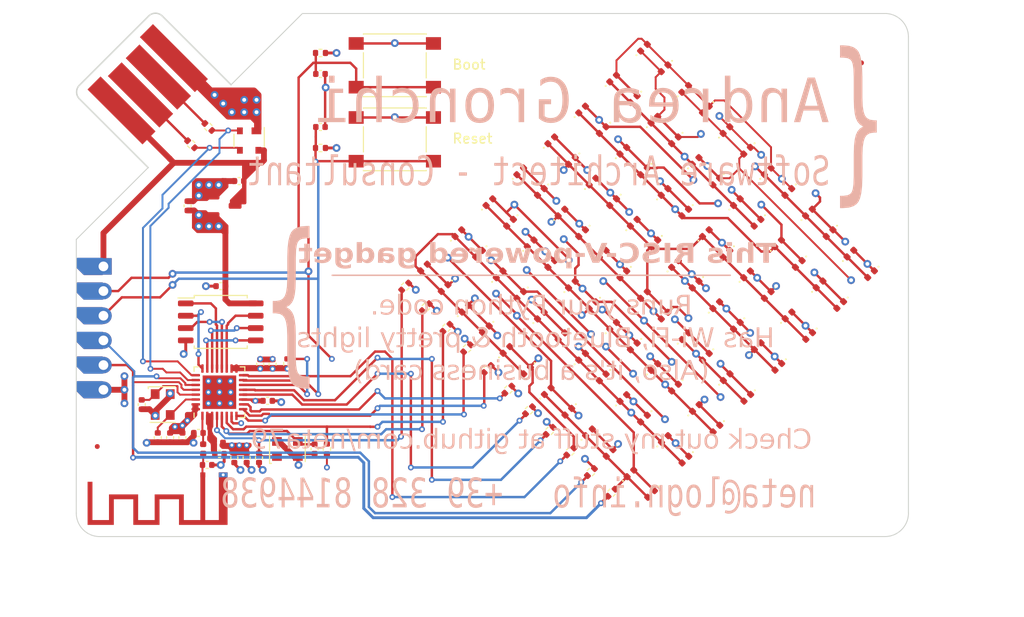
<source format=kicad_pcb>
(kicad_pcb (version 20221018) (generator pcbnew)
  (layers (0 "F.Cu" signal) (1 "In1.Cu" signal) (2 "In2.Cu" power) (31 "B.Cu" power) (34 "B.Paste" user) (35 "F.Paste" user) (36 "B.SilkS" user "B.Silkscreen") (37 "F.SilkS" user "F.Silkscreen") (38 "B.Mask" user) (39 "F.Mask" user) (44 "Edge.Cuts" user))
  (net 0 "")
  (net 1 "Net-(AN1-A)")
  (net 2 "GND")
  (net 3 "Net-(U3-LNA_IN)")
  (net 4 "/VUSB")
  (net 5 "/VDD3_3")
  (net 6 "/VDD3_3_RF")
  (net 7 "/CHIP_RESET")
  (net 8 "/CHIP_BOOT")
  (net 9 "Net-(D1-K)")
  (net 10 "Net-(D1-A)")
  (net 11 "Net-(D11-A)")
  (net 12 "Net-(D10-A)")
  (net 13 "Net-(D13-K)")
  (net 14 "Net-(D21-K)")
  (net 15 "Net-(D31-K)")
  (net 16 "Net-(D43-K)")
  (net 17 "Net-(D57-K)")
  (net 18 "Net-(D73-K)")
  (net 19 "Net-(D91-K)")
  (net 20 "Net-(J1-Pin_2)")
  (net 21 "Net-(J1-Pin_3)")
  (net 22 "/USB_DN")
  (net 23 "/USB_DP")
  (net 24 "/XTAL_CORE_N")
  (net 25 "/XTAL_CORE_P")
  (net 26 "/MX_R1")
  (net 27 "/MX_R0")
  (net 28 "/MX_R2")
  (net 29 "/MX_R3")
  (net 30 "/MX_R4")
  (net 31 "/MX_R5")
  (net 32 "/MX_R6")
  (net 33 "/MX_R7")
  (net 34 "/MX_R8")
  (net 35 "/MX_R9")
  (net 36 "/MX_R10")
  (net 37 "Net-(U3-GPIO8)")
  (net 38 "/MEM_CS")
  (net 39 "/MEM_CK")
  (net 40 "/MEM_IO0")
  (net 41 "/MEM_IO1")
  (net 42 "/MEM_IO2")
  (net 43 "/MEM_IO3")
  (footprint "LED_SMD:LED_0402_1005Metric" (layer "F.Cu") (at 120.893293 85.049067 45)
    (fp_text reference "D47" hide)
    (fp_text value "LED XL-1005SURC")
  )
  (footprint "LED_SMD:LED_0402_1005Metric" (layer "F.Cu") (at 103.537356 93.919723 45)
    (fp_text reference "D93" hide)
    (fp_text value "LED XL-1005SURC")
  )
  (footprint "LED_SMD:LED_0402_1005Metric" (layer "F.Cu") (at 115.558171 60.685704 -135)
    (fp_text reference "D4" hide)
    (fp_text value "LED XL-1005SURC")
  )
  (footprint "LED_SMD:LED_0402_1005Metric" (layer "F.Cu") (at 119.800812 77.656267 45)
    (fp_text reference "D33" hide)
    (fp_text value "LED XL-1005SURC")
  )
  (footprint "LED_SMD:LED_0402_1005Metric" (layer "F.Cu") (at 106.022836 82.94896 45)
    (fp_text reference "D67" hide)
    (fp_text value "LED XL-1005SURC")
  )
  (footprint "LED_SMD:LED_0402_1005Metric" (layer "F.Cu") (at 109.19421 92.505508 -135)
    (fp_text reference "D82" hide)
    (fp_text value "LED XL-1005SURC")
  )
  (footprint "Resistor_SMD:R_0402_1005Metric" (layer "F.Cu") (at 72.517 86.868 -90)
    (fp_text reference "R21" hide)
    (fp_text value "10K")
  )
  (footprint "Capacitor_SMD:C_0402_1005Metric" (layer "F.Cu") (at 75.918 62.484)
    (fp_text reference "C16" hide)
    (fp_text value "10nF")
  )
  (footprint "Capacitor_SMD:C_0402_1005Metric" (layer "F.Cu") (at 69.596 96.548 -90)
    (fp_text reference "C17" hide)
    (fp_text value "18pF")
  )
  (footprint "LED_SMD:LED_0402_1005Metric" (layer "F.Cu") (at 107.072891 77.656266 -135)
    (fp_text reference "D54" hide)
    (fp_text value "LED XL-1005SURC")
  )
  (footprint "Resistor_SMD:R_0402_1005Metric" (layer "F.Cu") (at 88.878332 83.153106 45)
    (fp_text reference "R11" hide)
    (fp_text value "150")
  )
  (footprint "LED_SMD:LED_0402_1005Metric" (layer "F.Cu") (at 95.416235 72.342359 -135)
    (fp_text reference "D62" hide)
    (fp_text value "LED XL-1005SURC")
  )
  (footprint "LED_SMD:LED_0402_1005Metric" (layer "F.Cu") (at 122.993399 74.46368 45)
    (fp_text reference "D21" hide)
    (fp_text value "LED XL-1005SURC")
  )
  (footprint "LED_SMD:LED_0402_1005Metric" (layer "F.Cu") (at 99.294715 89.677081 45)
    (fp_text reference "D91" hide)
    (fp_text value "LED XL-1005SURC")
  )
  (footprint "LED_SMD:LED_0402_1005Metric" (layer "F.Cu") (at 115.558171 86.141547 -135)
    (fp_text reference "D58" hide)
    (fp_text value "LED XL-1005SURC")
  )
  (footprint "Connector_PinHeader_2.54mm:PinHeader_1x06_P2.54mm_Vertical" (layer "F.Cu") (at 53.594 76.835)
    (fp_text reference "J2" hide)
    (fp_text value "Conn_01x03" hide)
  )
  (footprint "LED_SMD:LED_0402_1005Metric" (layer "F.Cu") (at 123.014612 87.170388 -135)
    (fp_text reference "D48" hide)
    (fp_text value "LED XL-1005SURC")
  )
  (footprint "LED_SMD:LED_0402_1005Metric" (layer "F.Cu") (at 101.780196 78.70632 45)
    (fp_text reference "D65" hide)
    (fp_text value "LED XL-1005SURC")
  )
  (footprint "LED_SMD:LED_0402_1005Metric" (layer "F.Cu") (at 132.549947 77.635053 -135)
    (fp_text reference "D12" hide)
    (fp_text value "LED XL-1005SURC")
  )
  (footprint "LED_SMD:LED_0402_1005Metric" (layer "F.Cu") (at 117.679492 62.807024 45)
    (fp_text reference "D5" hide)
    (fp_text value "LED XL-1005SURC")
  )
  (footprint "Oscillator:Oscillator_SMD_EuroQuartz_XO32-4Pin_3.2x2.5mm" (layer "F.Cu") (at 72.517 95.631 90)
    (fp_text reference "XTAL2" hide)
    (fp_text value "32.768 kHz")
  )
  (footprint "Resistor_SMD:R_0402_1005Metric" (layer "F.Cu") (at 64.389 62.484 -45)
    (fp_text reference "R2" hide)
    (fp_text value "22R")
  )
  (footprint "LED_SMD:LED_0402_1005Metric" (layer "F.Cu") (at 97.173395 87.555762 -135)
    (fp_text reference "D90" hide)
    (fp_text value "LED XL-1005SURC")
  )
  (footprint "LED_SMD:LED_0402_1005Metric" (layer "F.Cu") (at 114.508118 78.70632 -135)
    (fp_text reference "D44" hide)
    (fp_text value "LED XL-1005SURC")
  )
  (footprint "Capacitor_SMD:C_0402_1005Metric" (layer "F.Cu") (at 68.326 96.548 -90)
    (fp_text reference "C7" hide)
    (fp_text value "1uF")
  )
  (footprint "LED_SMD:LED_0402_1005Metric" (layer "F.Cu") (at 97.537555 74.46368 45)
    (fp_text reference "D63" hide)
    (fp_text value "LED XL-1005SURC")
  )
  (footprint "LED_SMD:LED_0402_1005Metric" (layer "F.Cu") (at 115.558171 73.413625 45)
    (fp_text reference "D31" hide)
    (fp_text value "LED XL-1005SURC")
  )
  (footprint "LED_SMD:LED_0402_1005Metric" (layer "F.Cu") (at 110.265477 61.735758 45)
    (fp_text reference "D15" hide)
    (fp_text value "LED XL-1005SURC")
  )
  (footprint "RF_Antenna:Texas_SWRA117D_2.4GHz_Right" (layer "F.Cu") (at 63.813 98.298 180)
    (fp_text reference "AN1" hide)
    (fp_text value "PCB Antenna")
  )
  (footprint "Capacitor_SMD:C_0402_1005Metric" (layer "F.Cu") (at 75.311 95.631 90)
    (fp_text reference "C18" hide)
    (fp_text value "18pF")
  )
  (footprint "LED_SMD:LED_0402_1005Metric" (layer "F.Cu") (at 98.587609 69.170985 -135)
    (fp_text reference "D50" hide)
    (fp_text value "LED XL-1005SURC")
  )
  (footprint "LED_SMD:LED_0402_1005Metric" (layer "F.Cu") (at 101.780196 65.978398 -135)
    (fp_text reference "D38" hide)
    (fp_text value "LED XL-1005SURC")
  )
  (footprint "Resistor_SMD:R_0402_1005Metric" (layer "F.Cu") (at 75.92 54.864 180)
    (fp_text reference "R8" hide)
    (fp_text value "10K")
  )
  (footprint "LED_SMD:LED_0402_1005Metric" (layer "F.Cu") (at 119.800812 64.928345 -135)
    (fp_text reference "D6" hide)
    (fp_text value "LED XL-1005SURC")
  )
  (footprint "LED_SMD:LED_0402_1005Metric" (layer "F.Cu") (at 101.416036 91.798402 -135)
    (fp_text reference "D92" hide)
    (fp_text value "LED XL-1005SURC")
  )
  (footprint "Capacitor_SMD:C_0402_1005Metric" (layer "F.Cu") (at 61.721 94.46 -90)
    (fp_text reference "C10" hide)
    (fp_text value "1uF")
  )
  (footprint "Resistor_SMD:R_0402_1005Metric" (layer "F.Cu") (at 93.123544 87.398317 45)
    (fp_text reference "R13" hide)
    (fp_text value "150")
  )
  (footprint "LED_SMD:LED_0402_1005Metric" (layer "F.Cu") (at 118.750758 70.221038 45)
    (fp_text reference "D19" hide)
    (fp_text value "LED XL-1005SURC")
  )
  (footprint "Utils:PCB_USB_A_Male_Plug" (layer "F.Cu") (at 58.19596 66.66319 -45)
    (fp_text reference "J1" hide)
    (fp_text value "XL-1005SURC" hide)
    (fp_line (start -11 -11.06) (end -11 -1) (stroke (width 0.15)) (layer "Edge.Cuts"))
    (fp_line (start -10 -12.06) (end 0 -12.06) (stroke (width 0.15)) (layer "Edge.Cuts"))
    (fp_line (start 0 0) (end -10 0) (stroke (width 0.15)) (layer "Edge.Cuts"))
    (fp_arc (start -11 -11.06) (mid -10.707107 -11.767107) (end -10 -12.06) (stroke (width 0.15)) (layer "Edge.Cuts"))
    (fp_arc (start -10 0) (mid -10.707107 -0.292893) (end -11 -1) (stroke (width 0.15)) (layer "Edge.Cuts"))
  )
  (footprint "Resistor_SMD:R_0402_1005Metric" (layer "F.Cu") (at 105.859179 100.133952 45)
    (fp_text reference "R19" hide)
    (fp_text value "150")
  )
  (footprint "LED_SMD:LED_0402_1005Metric" (layer "F.Cu") (at 117.700705 88.241655 45)
    (fp_text reference "D59" hide)
    (fp_text value "LED XL-1005SURC")
  )
  (footprint "LED_SMD:LED_0402_1005Metric" (layer "F.Cu") (at 108.144157 85.070281 -135)
    (fp_text reference "D68" hide)
    (fp_text value "LED XL-1005SURC")
  )
  (footprint "LED_SMD:LED_0402_1005Metric" (layer "F.Cu") (at 92.930754 83.313121 -135)
    (fp_text reference "D88" hide)
    (fp_text value "LED XL-1005SURC")
  )
  (footprint "LED_SMD:LED_0402_1005Metric" (layer "F.Cu") (at 94.344969 77.656266 45)
    (fp_text reference "D75" hide)
    (fp_text value "LED XL-1005SURC")
  )
  (footprint "LED_SMD:LED_0402_1005Metric" (layer "F.Cu") (at 129.378573 80.806427 -135)
    (fp_text reference "D24" hide)
    (fp_text value "LED XL-1005SURC")
  )
  (footprint "LED_SMD:LED_0402_1005Metric" (layer "F.Cu") (at 114.529332 91.413028 45)
    (fp_text reference "D71" hide)
    (fp_text value "LED XL-1005SURC")
  )
  (footprint "LED_SMD:LED_0402_1005Metric" (layer "F.Cu") (at 128.286093 73.413625 -135)
    (fp_text reference "D10" hide)
    (fp_text value "LED XL-1005SURC")
  )
  (footprint "Capacitor_SMD:C_0402_1005Metric" (layer "F.Cu") (at 62.25 70.6 90)
    (fp_text reference "C6" hide)
    (fp_text value "1uF")
  )
  (footprint "LED_SMD:LED_0402_1005Metric" (layer "F.Cu") (at 93.294914 70.221039 45)
    (fp_text reference "D61" hide)
    (fp_text value "LED XL-1005SURC")
  )
  (footprint "LED_SMD:LED_0402_1005Metric" (layer "F.Cu") (at 90.102328 73.413625 45)
    (fp_text reference "D73" hide)
    (fp_text value "LED XL-1005SURC")
  )
  (footprint "LED_SMD:LED_0402_1005Metric" (layer "F.Cu") (at 118.750758 82.94896 -135)
    (fp_text reference "D46" hide)
    (fp_text value "LED XL-1005SURC")
  )
  (footprint "LED_SMD:LED_0402_1005Metric" (layer "F.Cu") (at 103.901516 68.099719 45)
    (fp_text reference "D39" hide)
    (fp_text value "LED XL-1005SURC")
  )
  (footprint "Resistor_SMD:R_0402_1005Metric" (layer "F.Cu") (at 99.491362 93.766135 45)
    (fp_text reference "R16" hide)
    (fp_text value "150")
  )
  (footprint "Inductor_SMD:L_0402_1005Metric" (layer "F.Cu") (at 65.405 94.996 180)
    (fp_text reference "L2" hide)
    (fp_text value "2nH 500mA")
  )
  (footprint "LED_SMD:LED_0402_1005Metric" (layer "F.Cu") (at 113.436852 84.020227 45)
    (fp_text reference "D57" hide)
    (fp_text value "LED XL-1005SURC")
  )
  (footprint "LED_SMD:LED_0402_1005Metric" (layer "F.Cu") (at 107.07289 64.928345 45)
    (fp_text reference "D27" hide)
    (fp_text value "LED XL-1005SURC")
  )
  (footprint "Capacitor_SMD:C_0402_1005Metric" (layer "F.Cu") (at 67.056 96.548 -90)
    (fp_text reference "C8" hide)
    (fp_text value "100nF")
  )
  (footprint "Resistor_SMD:R_0402_1005Metric" (layer "F.Cu") (at 62.611 64.262 -45)
    (fp_text reference "R1" hide)
    (fp_text value "22R")
  )
  (footprint "Capacitor_SMD:C_0402_1005Metric" (layer "F.Cu") (at 60.452 94.46 -90)
    (fp_text reference "C11" hide)
    (fp_text value "10nF")
  )
  (footprint "Inductor_SMD:L_0402_1005Metric" (layer "F.Cu") (at 63.853 95.624 90)
    (fp_text reference "L1" hide)
    (fp_text value "TBD")
  )
  (footprint "Capacitor_SMD:C_0402_1005Metric" (layer "F.Cu") (at 59.182 94.46 90)
    (fp_text reference "C2" hide)
    (fp_text value "18pF")
  )
  (footprint "LED_SMD:LED_0402_1005Metric" (layer "F.Cu") (at 116.629438 68.099719 -135)
    (fp_text reference "D18" hide)
    (fp_text value "LED XL-1005SURC")
  )
  (footprint "LED_SMD:LED_0402_1005Metric" (layer "F.Cu") (at 102.830249 60.685704 45)
    (fp_text reference "D25" hide)
    (fp_text value "LED XL-1005SURC")
  )
  (footprint "Button_Switch_SMD:SW_Push_1P1T_NO_6x6mm_H9.5mm" (layer "F.Cu") (at 83.566 63.754)
    (fp_text reference "SW2" hide)
    (fp_text value "SW_Push")
  )
  (footprint "LED_SMD:LED_0402_1005Metric" (layer "F.Cu") (at 116.629438 80.827641 45)
    (fp_text reference "D45" hide)
    (fp_text value "LED XL-1005SURC")
  )
  (footprint "LED_SMD:LED_0402_1005Metric" (layer "F.Cu") (at 124.064667 81.877693 45)
    (fp_text reference "D35" hide)
    (fp_text value "LED XL-1005SURC")
  )
  (footprint "Resistor_SMD:R_0402_1005Metric" (layer "F.Cu") (at 91.000938 85.275711 45)
    (fp_text reference "R12" hide)
    (fp_text value "150")
  )
  (footprint "Capacitor_SMD:C_0402_1005Metric" (layer "F.Cu") (at 67.55 68.05 180)
    (fp_text reference "C5" hide)
    (fp_text value "1uF")
  )
  (footprint "LED_SMD:LED_0402_1005Metric" (layer "F.Cu") (at 106.022836 57.493117 45)
    (fp_text reference "D13" hide)
    (fp_text value "LED XL-1005SURC")
  )
  (footprint "LED_SMD:LED_0402_1005Metric" (layer "F.Cu") (at 102.830249 86.141547 45)
    (fp_text reference "D79" hide)
    (fp_text value "LED XL-1005SURC")
  )
  (footprint "LED_SMD:LED_0402_1005Metric" (layer "F.Cu") (at 88.688114 79.07048 -135)
    (fp_text reference "D86" hide)
    (fp_text value "LED XL-1005SURC")
  )
  (footprint "Capacitor_SMD:C_0402_1005Metric" (layer "F.Cu") (at 57.531 91.059 -90)
    (fp_text reference "C1" hide)
    (fp_text value "18pF")
  )
  (footprint "LED_SMD:LED_0402_1005Metric" (layer "F.Cu") (at 126.164773 71.292306 45)
    (fp_text reference "D9" hide)
    (fp_text value "LED XL-1005SURC")
  )
  (footprint "LED_SMD:LED_0402_1005Metric" (layer "F.Cu") (at 120.872079 72.342359 -135)
    (fp_text reference "D20" hide)
    (fp_text value "LED XL-1005SURC")
  )
  (footprint "LED_SMD:LED_0402_1005Metric" (layer "F.Cu") (at 99.658875 63.857078 45)
    (fp_text reference "D37" hide)
    (fp_text value "LED XL-1005SURC")
  )
  (footprint "LED_SMD:LED_0402_1005Metric" (layer "F.Cu") (at 108.144157 72.342359 45)
    (fp_text reference "D41" hide)
    (fp_text value "LED XL-1005SURC")
  )
  (footprint "LED_SMD:LED_0402_1005Metric" (layer "F.Cu") (at 113.436851 71.292306 -135)
    (fp_text reference "D30" hide)
    (fp_text value "LED XL-1005SURC")
  )
  (footprint "LED_SMD:LED_0402_1005Metric" (layer "F.Cu") (at 125.114719 76.584999 -135)
    (fp_text reference "D22" hide)
    (fp_text value "LED XL-1005SURC")
  )
  (footprint "LED_SMD:LED_0402_1005Metric" (layer "F.Cu") (at 104.95157 88.262868 -135)
    (fp_text reference "D80" hide)
    (fp_text value "LED XL-1005SURC")
  )
  (footprint "Package_TO_SOT_SMD:SOT-23-3" (layer "F.Cu") (at 66 70.6)
    (fp_text reference "U2" hide)
    (fp_text value "H7233-1")
  )
  (footprint "LED_SMD:LED_0402_1005Metric" (layer "F.Cu") (at 90.809434 81.191801 45)
    (fp_text reference "D87" hide)
    (fp_text value "LED XL-1005SURC")
  )
  (footprint "Package_DFN_QFN:QFN-32-1EP_5x5mm_P0.5mm_EP3.45x3.45mm" (layer "F.Cu") (at 65.525 89.789 90)
    (fp_text reference "U3" hide)
    (fp_text value "ESP32-C3FN4")
  )
  (footprint "LED_SMD:LED_0402_1005Metric" (layer "F.Cu") (at 109.19421 67.049665 -135)
    (fp_text reference "D28" hide)
    (fp_text value "LED XL-1005SURC")
  )
  (footprint "LED_SMD:LED_0402_1005Metric" (layer "F.Cu") (at 126.185986 83.999015 -135)
    (fp_text reference "D36" hide)
    (fp_text value "LED XL-1005SURC")
  )
  (footprint "LED_SMD:LED_0402_1005Metric" (layer "F.Cu") (at 106.022836 70.221039 -135)
    (fp_text reference "D40" hide)
    (fp_text value "LED XL-1005SURC")
  )
  (footprint "Capacitor_SMD:C_0402_1005Metric" (layer "F.Cu") (at 70.485 90.678)
    (fp_text reference "C12" hide)
    (fp_text value "10nF")
  )
  (footprint "Resistor_SMD:R_0402_1005Metric" (layer "F.Cu") (at 95.24615 89.520923 45)
    (fp_text reference "R14" hide)
    (fp_text value "150")
  )
  (footprint "Package_SO:SOIC-8_5.23x5.23mm_P1.27mm" (layer "F.Cu") (at 65.659 82.55)
    (fp_text reference "U4" hide)
    (fp_text value "W25Q128JVSIQ")
  )
  (footprint "Capacitor_SMD:C_0402_1005Metric" (layer "F.Cu") (at 69.723 86.896 90)
    (fp_text reference "C13" hide)
    (fp_text value "1uF")
  )
  (footprint "LED_SMD:LED_0402_1005Metric" (layer "F.Cu") (at 92.223648 75.534946 -135)
    (fp_text reference "D74" hide)
    (fp_text value "LED XL-1005SURC")
  )
  (footprint "LED_SMD:LED_0402_1005Metric" (layer "F.Cu") (at 110.265477 87.191602 45)
    (fp_text reference "D69" hide)
    (fp_text value "LED XL-1005SURC")
  )
  (footprint "LED_SMD:LED_0402_1005Metric" (layer "F.Cu") (at 104.95157 75.534946 45)
    (fp_text reference "D53" hide)
    (fp_text value "LED XL-1005SURC")
  )
  (footprint "LED_SMD:LED_0402_1005Metric" (layer "F.Cu") (at 112.386797 76.584999 45)
    (fp_text reference "D43" hide)
    (fp_text value "LED XL-1005SURC")
  )
  (footprint "Capacitor_SMD:C_0402_1005Metric" (layer "F.Cu") (at 70.993 86.896 90)
    (fp_text reference "C14" hide)
    (fp_text value "10nF")
  )
  (footprint "Resistor_SMD:R_0402_1005Metric" (layer "F.Cu") (at 84.633121 78.907894 45)
    (fp_text reference "R9" hide)
    (fp_text value "150")
  )
  (footprint "LED_SMD:LED_0402_1005Metric" (layer "F.Cu") (at 98.587609 81.898907 45)
    (fp_text reference "D77" hide)
    (fp_text value "LED XL-1005SURC")
  )
  (footprint "LED_SMD:LED_0402_1005Metric" (layer "F.Cu") (at 109.19421 79.777586 45)
    (fp_text reference "D55" hide)
    (fp_text value "LED XL-1005SURC")
  )
  (footprint "Capacitor_SMD:C_0402_1005Metric" (layer "F.Cu") (at 65.659 78.867 180)
    (fp_text reference "C19" hide)
    (fp_text value "100nF")
  )
  (footprint "Package_TO_SOT_SMD:SOT-143" (layer "F.Cu") (at 68.58 63.881 -90)
    (fp_text reference "U1" hide)
    (fp_text value "PRTR5V0U2X")
  )
  (footprint "LED_SMD:LED_0402_1005Metric" (layer "F.Cu") (at 121.922132 67.049664 45)
    (fp_text reference "D7" hide)
    (fp_text value "LED XL-1005SURC")
  )
  (footprint "Capacitor_SMD:C_0402_1005Metric" (layer "F.Cu") (at 63.366 93.98 180)
    (fp_text reference "C3" hide)
    (fp_text value "TBD")
  )
  (footprint "LED_SMD:LED_0402_1005Metric" (layer "F.Cu") (at 124.043453 69.170985 -135)
    (fp_text reference "D8" hide)
    (fp_text value "LED XL-1005SURC")
  )
  (footprint "LED_SMD:LED_0402_1005Metric" (layer "F.Cu") (at 100.70893 71.292305 45)
    (fp_text reference "D51" hide)
    (fp_text value "LED XL-1005SURC")
  )
  (footprint "LED_SMD:LED_0402_1005Metric" (layer "F.Cu") (at 119.822025 90.362976 -135)
    (fp_text reference "D60" hide)
    (fp_text value "LED XL-1005SURC")
  )
  (footprint "LED_SMD:LED_0402_1005Metric" (layer "F.Cu") (at 113.436851 58.564384 45)
    (fp_text reference "D3" hide)
    (fp_text value "LED XL-1005SURC")
  )
  (footprint "Resistor_SMD:R_0402_1005Metric" (layer "F.Cu") (at 103.736573 98.011347 45)
    (fp_text reference "R18" hide)
    (fp_text value "150")
  )
  (footprint "LED_SMD:LED_0402_1005Metric" (layer "F.Cu") (at 86.566793 76.94916 45)
    (fp_text reference "D85" hide)
    (fp_text value "LED XL-1005SURC")
  )
  (footprint "LED_SMD:LED_0402_1005Metric" (layer "F.Cu") (at 105.658676 96.041042 -135)
    (fp_text reference "D94" hide)
    (fp_text value "LED XL-1005SURC")
  )
  (footprint "LED_SMD:LED_0402_1005Metric" (layer "F.Cu") (at 103.901516 80.827641 -135)
    (fp_text reference "D66" hide)
    (fp_text value "LED XL-1005SURC")
  )
  (footprint "Capacitor_SMD:C_0402_1005Metric" (layer "F.Cu") (at 64.262 97.275)
    (fp_text reference "C4" hide)
    (fp_text value "TBD")
  )
  (footprint "LED_SMD:LED_0402_1005Metric" (layer "F.Cu") (at 111.315531 81.898907 -135)
    (fp_text reference "D56" hide)
    (fp_text value "LED XL-1005SURC")
  )
  (footprint "LED_SMD:LED_0402_1005Metric" (layer "F.Cu") (at 96.466289 67.049664 45)
    (fp_text reference "D49" hide)
    (fp_text value "LED XL-1005SURC")
  )
  (footprint "LED_SMD:LED_0402_1005Metric" (layer "F.Cu") (at 111.336744 94.605616 45)
    (fp_text reference "D83" hide)
    (fp_text value "LED XL-1005SURC")
  )
  (footprint "LED_SMD:LED_0402_1005Metric" (layer "F.Cu") (at 102.83025 73.413625 -135)
    (fp_text reference "D52" hide)
    (fp_text value "LED XL-1005SURC")
  )
  (footprint "LED_SMD:LED_0402_1005Metric" (layer "F.Cu") (at 96.466289 79.777586 -135)
    (fp_text reference "D76" hide)
    (fp_text value "LED XL-1005SURC")
  )
  (footprint "Button_Switch_SMD:SW_Push_1P1T_NO_6x6mm_H9.5mm" (layer "F.Cu") (at 83.566 56.134)
    (fp_text reference "SW1" hide)
    (fp_text value "SW_Push")
  )
  (footprint "Fiducial:Fiducial_0.5mm_Mask1mm" (layer "F.Cu") (at 131.572 55.88)
    (fp_text reference "REF2")
    (fp_text value "Fiducial_0.5mm_Mask1mm")
  )
  (footprint "Resistor_SMD:R_0402_1005Metric" (layer "F.Cu") (at 76.581 95.631 -90)
    (fp_text reference "R20" hide)
    (fp_text value "10K")
  )
  (footprint "LED_SMD:LED_0402_1005Metric" (layer "F.Cu") (at 107.801211 98.141149 45)
    (fp_text reference "D95" hide)
    (fp_text value "LED XL-1005SURC")
  )
  (footprint "Resistor_SMD:R_0402_1005Metric" (layer "F.Cu") (at 86.755727 81.0305 45)
    (fp_text reference "R10" hide)
    (fp_text value "150")
  )
  (footprint "Capacitor_SMD:C_0402_1005Metric" (layer "F.Cu") (at 75.918 57.023)
    (fp_text reference "C15" hide)
    (fp_text value "100nF")
  )
  (footprint "LED_SMD:LED_0402_1005Metric" (layer "F.Cu") (at 110.265477 74.46368 -135)
    (fp_text reference "D42" hide)
    (fp_text value "LED XL-1005SURC")
  )
  (footprint "LED_SMD:LED_0402_1005Metric" (layer "F.Cu") (at 114.508118 65.978398 45)
    (fp_text reference "D17" hide)
    (fp_text value "LED XL-1005SURC")
  )
  (footprint "Resistor_SMD:R_0402_1005Metric" (layer "F.Cu") (at 101.613968 95.888741 45)
    (fp_text reference "R17" hide)
    (fp_text value "150")
  )
  (footprint "LED_SMD:LED_0402_1005Metric" (layer "F.Cu") (at 130.428628 75.513732 45)
    (fp_text reference "D11" hide)
    (fp_text value "LED XL-1005SURC")
  )
  (footprint "LED_SMD:LED_0402_1005Metric" (layer "F.Cu") (at 111.315531 69.170985 45)
    (fp_text reference "D29" hide)
    (fp_text value "LED XL-1005SURC")
  )
  (footprint "LED_SMD:LED_0402_1005Metric" (layer "F.Cu") (at 117.679492 75.534946 -135)
    (fp_text reference "D32" hide)
    (fp_text value "LED XL-1005SURC")
  )
  (footprint "Oscillator:Oscillator_SMD_EuroQuartz_XO32-4Pin_3.2x2.5mm" (layer "F.Cu") (at 59.69 91.059)
    (fp_text reference "XTAL1" hide)
    (fp_text value "40MHz")
  )
  (footprint "LED_SMD:LED_0402_1005Metric" (layer "F.Cu") (at 112.386797 63.857078 -135)
    (fp_text reference "D16" hide)
    (fp_text value "LED XL-1005SURC")
  )
  (footprint "LED_SMD:LED_0402_1005Metric" (layer "F.Cu") (at 127.257254 78.685106 45)
    (fp_text reference "D23" hide)
    (fp_text value "LED XL-1005SURC")
  )
  (footprint "Resistor_SMD:R_0402_1005Metric" (layer "F.Cu") (at 75.918 64.643 180)
    (fp_text reference "R5" hide)
    (fp_text value "10K")
  )
  (footprint "LED_SMD:LED_0402_1005Metric" (layer "F.Cu") (at 111.315531 56.443063 -135)
    (fp_text reference "D2" hide)
    (fp_text value "LED XL-1005SURC")
  )
  (footprint "LED_SMD:LED_0402_1005Metric" (layer "F.Cu") (at 99.658875 76.585 -135)
    (fp_text reference "D64" hide)
    (fp_text value "LED XL-1005SURC")
  )
  (footprint "LED_SMD:LED_0402_1005Metric" (layer "F.Cu") (at 109.92253 100.26247 -135)
    (fp_text reference "D96" hide)
    (fp_text value "LED XL-1005SURC")
  )
  (footprint "LED_SMD:LED_0402_1005Metric" (layer "F.Cu") (at 108.144156 59.614436 -135)
    (fp_text reference "D14" hide)
    (fp_text value "LED XL-1005SURC")
  )
  (footprint "LED_SMD:LED_0402_1005Metric" (layer "F.Cu") (at 107.072891 90.384188 45)
    (fp_text reference "D81" hide)
    (fp_text value "LED XL-1005SURC")
  )
  (footprint "LED_SMD:LED_0402_1005Metric" (layer "F.Cu") (at 116.650651 93.534349 -135)
    (fp_text reference "D72" hide)
    (fp_text value "LED XL-1005SURC")
  )
  (footprint "LED_SMD:LED_0402_1005Metric" (layer "F.Cu") (at 104.95157 62.807024 -135)
    (fp_text reference "D26" hide)
    (fp_text value "LED XL-1005SURC")
  )
  (footprint "LED_SMD:LED_0402_1005Metric" (layer "F.Cu") (at 100.70893 84.020227 -135)
    (fp_text reference "D78" hide)
    (fp_text value "LED XL-1005SURC")
  )
  (footprint "Resistor_SMD:R_0402_1005Metric" (layer "F.Cu") (at 97.368756 91.643529 45)
    (fp_text reference "R15" hide)
    (fp_text value "150")
  )
  (footprint "LED_SMD:LED_0402_1005Metric" (layer "F.Cu") (at 113.458064 96.726937 -135)
    (fp_text reference "D84" hide)
    (fp_text value "LED XL-1005SURC")
  )
  (footprint "Fiducial:Fiducial_0.5mm_Mask1mm" (layer "F.Cu") (at 52.959 95.377)
    (fp_text reference "REF1")
    (fp_text value "Fiducial_0.5mm_Mask1mm")
  )
  (footprint "Capacitor_SMD:C_0402_1005Metric" (layer "F.Cu") (at 65.532 96.139)
    (fp_text reference "C9" hide)
    (fp_text value "100nF")
  )
  (footprint "LED_SMD:LED_0402_1005Metric" (layer "F.Cu") (at 95.052075 85.434441 45)
    (fp_text reference "D89" hide)
    (fp_text value "LED XL-1005SURC")
  )
  (footprint "LED_SMD:LED_0402_1005Metric" (layer "F.Cu") (at 121.922132 79.777586 -135)
    (fp_text reference "D34" hide)
    (fp_text value "LED XL-1005SURC")
  )
  (footprint "LED_SMD:LED_0402_1005Metric" (layer "F.Cu") (at 109.19421 54.321743 45)
    (fp_text reference "D1" hide)
    (fp_text value "LED XL-1005SURC")
  )
  (footprint "LED_SMD:LED_0402_1005Metric" (layer "F.Cu") (at 112.386797 89.312921 -135)
    (fp_text reference "D70" hide)
    (fp_text value "LED XL-1005SURC")
  )
  (gr_line (start 118.075 77.75) (end 77.125 77.75) (stroke (width 0.15)) (layer "B.SilkS"))
  (gr_line (start 50.8 102.235) (end 50.804853 74.054297) (stroke (width 0.1)) (layer "Edge.Cuts"))
  (gr_line (start 133.985 104.651339) (end 53.216339 104.651339) (stroke (width 0.1)) (layer "Edge.Cuts"))
  (gr_line (start 136.398 53.213) (end 136.398 102.235) (stroke (width 0.1)) (layer "Edge.Cuts"))
  (gr_line (start 50.804853 74.054297) (end 58.19596 66.66319) (stroke (width 0.1)) (layer "Edge.Cuts"))
  (gr_line (start 66.723668 58.135482) (end 74.06 50.8) (stroke (width 0.1)) (layer "Edge.Cuts"))
  (gr_arc (start 136.401339 102.231661) (mid 135.69361 103.940271) (end 133.985 104.648) (stroke (width 0.1)) (layer "Edge.Cuts"))
  (gr_line (start 74.06 50.8) (end 133.985 50.8) (stroke (width 0.1)) (layer "Edge.Cuts"))
  (gr_arc (start 53.216339 104.651339) (mid 51.507729 103.94361) (end 50.8 102.235) (stroke (width 0.1)) (layer "Edge.Cuts"))
  (gr_arc (start 133.981661 50.796661) (mid 135.690271 51.50439) (end 136.398 53.213) (stroke (width 0.1)) (layer "Edge.Cuts"))
  (gr_text "Check out my stuff at github.com/neta79\n\n\n" (at 97.6 102.65) (layer "B.SilkS") (effects (font (size 2 2)) (justify bottom mirror)))
  (gr_text "Software Architect - Consultant" (at 128.342 68.99) (layer "B.SilkS") (effects (font (size 3 2.3)) (justify left bottom mirror)))
  (gr_text "This RISC-V-powered gadget:\n" (at 97.6 76.8) (layer "B.SilkS") (effects (font (size 2 2.2) (thickness 0.4) bold) (justify bottom mirror)))
  (gr_text "{" (at 134.2 70.1) (layer "B.SilkS") (effects (font (size 13 7)) (justify left bottom mirror)))
  (gr_text "Andrea Gronchi" (at 128.3 62.75) (layer "B.SilkS") (effects (font (size 4.5 4.5)) (justify left bottom mirror)))
  (gr_text "+39 328 8144938" (at 94.7 102.15) (layer "B.SilkS") (effects (font (size 3 2.3)) (justify left bottom mirror)))
  (gr_text "neta@logn.info" (at 126.9 102.15) (layer "B.SilkS") (effects (font (size 3 2.3)) (justify left bottom mirror)))
  (gr_text "Runs your Python code.\nHas Wi-Fi, Bluetooth & pretty lights.\n(Also, it's a business card)" (at 97.6 88.85) (layer "B.SilkS") (effects (font (size 2 2)) (justify bottom mirror)))
  (gr_text "}" (at 75.85 88.7) (layer "B.SilkS") (effects (font (size 13 7)) (justify left bottom mirror)))
  (gr_text "Reset" (at 89.408 64.262) (layer "F.SilkS") (effects (font (size 1 1)) (justify left bottom)))
  (gr_text "Boot" (at 89.408 56.642) (layer "F.SilkS") (effects (font (size 1 1)) (justify left bottom)))
  (segment (start 63.782 98.267) (end 63.813 98.298) (width 0.2) (layer "F.Cu") (net 1))
  (segment (start 63.853 97.204) (end 63.782 97.275) (width 0.2) (layer "F.Cu") (net 1))
  (segment (start 63.782 97.275) (end 63.782 98.267) (width 0.2) (layer "F.Cu") (net 1))
  (segment (start 63.853 96.109) (end 63.853 97.204) (width 0.2) (layer "F.Cu") (net 1))
  (segment (start 57.531 91.539) (end 58.32 91.539) (width 0.6) (layer "F.Cu") (net 2))
  (segment (start 70.993 86.416) (end 69.723 86.416) (width 0.6) (layer "F.Cu") (net 2))
  (segment (start 62.059 84.455) (end 62.059 85.642) (width 0.3) (layer "F.Cu") (net 2))
  (segment (start 68.326 97.282) (end 68.834 97.79) (width 0.3) (layer "F.Cu") (net 2))
  (segment (start 69.33 60.972) (end 69.342 60.96) (width 0.25) (layer "F.Cu") (net 2))
  (segment (start 64.742 97.275) (end 65.652 97.275) (width 0.3) (layer "F.Cu") (net 2))
  (segment (start 71.442 94.856) (end 71.642 94.856) (width 0.6) (layer "F.Cu") (net 2))
  (segment (start 73.592 96.406) (end 73.592 97.214) (width 0.3) (layer "F.Cu") (net 2))
  (segment (start 58.32 91.539) (end 58.915 92.134) (width 0.6) (layer "F.Cu") (net 2))
  (segment (start 76.398 58.476) (end 76.454 58.42) (width 0.25) (layer "F.Cu") (net 2))
  (segment (start 87.541 53.884) (end 79.591 53.884) (width 0.25) (layer "F.Cu") (net 2))
  (segment (start 58.915 92.134) (end 58.915 91.734) (width 0.6) (layer "F.Cu") (net 2))
  (segment (start 71.755 90.678) (end 71.882 90.805) (width 0.3) (layer "F.Cu") (net 2))
  (segment (start 76.398 62.484) (end 76.398 58.476) (width 0.25) (layer "F.Cu") (net 2))
  (segment (start 62.059 85.642) (end 61.849 85.852) (width 0.3) (layer "F.Cu") (net 2))
  (segment (start 75.311 96.111) (end 73.887 96.111) (width 0.3) (layer "F.Cu") (net 2))
  (segment (start 62.235999 94.94) (end 61.721 94.94) (width 0.6) (layer "F.Cu") (net 2))
  (segment (start 71.642 94.856) (end 73.192 96.406) (width 0.6) (layer "F.Cu") (net 2))
  (segment (start 62.886 93.98) (end 62.886 94.289999) (width 0.6) (layer "F.Cu") (net 2))
  (segment (start 58.095 94.94) (end 58.039 94.996) (width 0.6) (layer "F.Cu") (net 2))
  (segment (start 66.012 96.139) (end 66.012 96.929) (width 0.3) (layer "F.Cu") (net 2))
  (segment (start 62.886 94.289999) (end 62.235999 94.94) (width 0.6) (layer "F.Cu") (net 2))
  (segment (start 60.840539 55.391908) (end 61.233908 55.391908) (width 0.25) (layer "F.Cu") (net 2))
  (segment (start 60.465 90.184) (end 60.465 89.984) (width 0.6) (layer "F.Cu") (net 2))
  (segment (start 62.83 70.12) (end 63.4 69.55) (width 0.6) (layer "F.Cu") (net 2))
  (segment (start 73.592 97.214) (end 73.66 97.282) (width 0.3) (layer "F.Cu") (net 2))
  (segment (start 70.965 90.678) (end 71.755 90.678) (width 0.3) (layer "F.Cu") (net 2))
  (segment (start 79.591 61.504) (end 87.541 61.504) (width 0.25) (layer "F.Cu") (net 2))
  (segment (start 69.596 97.409) (end 69.977 97.79) (width 0.3) (layer "F.Cu") (net 2))
  (segment (start 66.012 96.929) (end 65.659 97.282) (width 0.3) (layer "F.Cu") (net 2))
  (segment (start 59.182 94.94) (end 58.095 94.94) (width 0.6) (layer "F.Cu") (net 2))
  (segment (start 65.85 68.05) (end 65.45 68.45) (width 0.6) (layer "F.Cu") (net 2))
  (segment (start 62.25 70.12) (end 62.83 70.12) (width 0.6) (layer "F.Cu") (net 2))
  (segment (start 58.915 91.734) (end 60.465 90.184) (width 0.6) (layer "F.Cu") (net 2))
  (segment (start 65.179 78.867) (end 64.135 78.867) (width 0.3) (layer "F.Cu") (net 2))
  (segment (start 53.594 89.535) (end 55.753 89.535) (width 0.6) (layer "F.Cu") (net 2))
  (segment (start 55.753 89.535) (end 55.753 90.932) (width 0.6) (layer "F.Cu") (net 2))
  (segment (start 67.07 68.05) (end 65.85 68.05) (width 0.6) (layer "F.Cu") (net 2))
  (segment (start 65.652 97.275) (end 65.659 97.282) (width 0.3) (layer "F.Cu") (net 2))
  (segment (start 61.721 94.94) (end 60.452 94.94) (width 0.6) (layer "F.Cu") (net 2))
  (segment (start 68.326 97.028) (end 68.326 97.282) (width 0.3) (layer "F.Cu") (net 2))
  (segment (start 76.398 57.023) (end 76.398 58.364) (width 0.25) (layer "F.Cu") (net 2))
  (segment (start 60.452 94.94) (end 59.182 94.94) (width 0.6) (layer "F.Cu") (net 2))
  (segment (start 67.056 97.028) (end 67.056 97.155) (width 0.3) (layer "F.Cu") (net 2))
  (segment (start 55.753 89.535) (end 55.753 88.138) (width 0.6) (layer "F.Cu") (net 2))
  (segment (start 67.056 97.155) (end 67.691 97.79) (width 0.3) (layer "F.Cu") (net 2))
  (segment (start 73.887 96.111) (end 73.592 96.406) (width 0.3) (layer "F.Cu") (net 2))
  (segment (start 69.596 97.028) (end 69.596 97.409) (width 0.3) (layer "F.Cu") (net 2))
  (segment (start 73.192 96.406) (end 73.592 96.406) (width 0.6) (layer "F.Cu") (net 2))
  (segment (start 76.398 58.364) (end 76.454 58.42) (width 0.25) (layer "F.Cu") (net 2))
  (via blind (at 55.753 90.932) (size 0.8) (drill 0.4) (layers "F.Cu" "B.Cu") (net 2))
  (via blind (at 64.45 68.45) (size 0.8) (drill 0.4) (layers "F.Cu" "B.Cu") (net 2))
  (via blind (at 63.4 68.45) (size 0.8) (drill 0.4) (layers "F.Cu" "B.Cu") (net 2))
  (via (at 60.452 89.916) (size 0.8) (drill 0.4) (layers "F.Cu" "B.Cu") (net 2))
  (via blind (at 68.072 60.96) (size 0.8) (drill 0.4) (layers "F.Cu" "B.Cu") (net 2))
  (via blind (at 68.834 97.79) (size 0.8) (drill 0.4) (layers "F.Cu" "B.Cu") (net 2))
  (via blind (at 83.566 53.848) (size 0.8) (drill 0.4) (layers "F.Cu" "B.Cu") (net 2))
  (via (at 64.389 90.932) (size 0.6) (drill 0.3) (layers "F.Cu" "B.Cu") (net 2))
  (via blind (at 68.072 59.69) (size 0.8) (drill 0.4) (layers "F.Cu" "B.Cu") (net 2))
  (via (at 66.675 90.932) (size 0.6) (drill 0.3) (layers "F.Cu" "B.Cu") (net 2))
  (via blind (at 67.691 97.79) (size 0.8) (drill 0.4) (layers "F.Cu" "B.Cu") (net 2))
  (via (at 65.532 90.932) (size 0.6) (drill 0.3) (layers "F.Cu" "B.Cu") (net 2))
  (via blind (at 64.135 78.867) (size 0.8) (drill 0.4) (layers "F.Cu" "B.Cu") (net 2))
  (via blind (at 83.566 61.468) (size 0.8) (drill 0.4) (layers "F.Cu" "B.Cu") (net 2))
  (via blind (at 69.342 60.96) (size 0.8) (drill 0.4) (layers "F.Cu" "B.Cu") (net 2))
  (via blind (at 58.039 94.996) (size 0.8) (drill 0.4) (layers "F.Cu" "B.Cu") (net 2))
  (via blind (at 63.4 69.55) (size 0.8) (drill 0.4) (layers "F.Cu" "B.Cu") (net 2))
  (via blind (at 65.45 68.45) (size 0.8) (drill 0.4) (layers "F.Cu" "B.Cu") (net 2))
  (via blind (at 66.802 60.96) (size 0.8) (drill 0.4) (layers "F.Cu" "B.Cu") (net 2))
  (via (at 64.389 88.646) (size 0.6) (drill 0.3) (layers "F.Cu" "B.Cu") (net 2))
  (via (at 65.532 88.646) (size 0.6) (drill 0.3) (layers "F.Cu" "B.Cu") (net 2))
  (via blind (at 76.454 58.42) (size 0.8) (drill 0.4) (layers "F.Cu" "B.Cu") (net 2))
  (via blind (at 65.659 97.282) (size 0.8) (drill 0.4) (layers "F.Cu" "B.Cu") (net 2))
  (via blind (at 55.753 88.138) (size 0.8) (drill 0.4) (layers "F.Cu" "B.Cu") (net 2))
  (via (at 66.675 88.646) (size 0.6) (drill 0.3) (layers "F.Cu" "B.Cu") (net 2))
  (via (at 66.675 89.789) (size 0.6) (drill 0.3) (layers "F.Cu" "B.Cu") (net 2))
  (via (at 58.928 92.202) (size 0.8) (drill 0.4) (layers "F.Cu" "B.Cu") (net 2))
  (via blind (at 65.913 60.071) (size 0.8) (drill 0.4) (layers "F.Cu" "B.Cu") (net 2))
  (via (at 70.993 86.36) (size 0.6) (drill 0.3) (layers "F.Cu" "B.Cu") (net 2))
  (via blind (at 62.865 94.996) (size 0.8) (drill 0.4) (layers "F.Cu" "B.Cu") (net 2))
  (via blind (at 71.882 90.805) (size 0.8) (drill 0.4) (layers "F.Cu" "B.Cu") (net 2))
  (via blind (at 69.977 97.79) (size 0.8) (drill 0.4) (layers "F.Cu" "B.Cu") (net 2))
  (via blind (at 61.849 85.852) (size 0.8) (drill 0.4) (layers "F.Cu" "B.Cu") (net 2))
  (via blind (at 73.66 97.282) (size 0.8) (drill 0.4) (layers "F.Cu" "B.Cu") (net 2))
  (via (at 65.532 89.789) (size 0.6) (drill 0.3) (layers "F.Cu" "B.Cu") (net 2))
  (via blind (at 55.753 89.535) (size 0.8) (drill 0.4) (layers "F.Cu" "B.Cu") (net 2))
  (via (at 64.389 89.789) (size 0.6) (drill 0.3) (layers "F.Cu" "B.Cu") (net 2))
  (via blind (at 69.342 59.69) (size 0.8) (drill 0.4) (layers "F.Cu" "B.Cu") (net 2))
  (via blind (at 65.024 59.182) (size 0.8) (drill 0.4) (layers "F.Cu" "B.Cu") (net 2))
  (via (at 69.723 86.36) (size 0.6) (drill 0.3) (layers "F.Cu" "B.Cu") (net 2))
  (segment (start 63.846 95.132) (end 63.853 95.139) (width 0.2) (layer "F.Cu") (net 3))
  (segment (start 63.881 95.111) (end 63.853 95.139) (width 0.25) (layer "F.Cu") (net 3))
  (segment (start 63.775 93.909) (end 63.846 93.98) (width 0.2) (layer "F.Cu") (net 3))
  (segment (start 63.775 92.2265) (end 63.775 93.909) (width 0.2) (layer "F.Cu") (net 3))
  (segment (start 63.846 93.98) (end 63.846 95.132) (width 0.2) (layer "F.Cu") (net 3))
  (segment (start 63.754 95.04) (end 63.853 95.139) (width 0.25) (layer "F.Cu") (net 3))
  (segment (start 60.833 66.167) (end 53.594 73.406) (width 0.6) (layer "F.Cu") (net 4))
  (segment (start 60.403324 65.737324) (end 60.833 66.167) (width 0.6) (layer "F.Cu") (net 4))
  (segment (start 60.403324 65.731) (end 60.403324 65.737324) (width 0.6) (layer "F.Cu") (net 4))
  (segment (start 55.452386 60.780062) (end 60.403324 65.731) (width 0.6) (layer "F.Cu") (net 4))
  (segment (start 69.53 64.881) (end 70.104 64.881) (width 0.6) (layer "F.Cu") (net 4))
  (segment (start 69.85 66.167) (end 70.104 65.913) (width 0.6) (layer "F.Cu") (net 4))
  (segment (start 60.833 66.167) (end 69.85 66.167) (width 0.6) (layer "F.Cu") (net 4))
  (segment (start 70.104 64.881) (end 70.104 65.913) (width 0.6) (layer "F.Cu") (net 4))
  (segment (start 53.594 73.406) (end 53.594 76.835) (width 0.6) (layer "F.Cu") (net 4))
  (segment (start 62.25 71.08) (end 62.93 71.08) (width 0.6) (layer "F.Cu") (net 5))
  (segment (start 66.139 80.236) (end 66.139 78.867) (width 0.6) (layer "F.Cu") (net 5))
  (segment (start 61.721 93.219) (end 61.722 93.218) (width 0.3) (layer "F.Cu") (net 5))
  (segment (start 66.139 73.389) (end 65.45 72.7) (width 0.6) (layer "F.Cu") (net 5))
  (segment (start 76.581 96.141) (end 76.581 97.536) (width 0.2) (layer "F.Cu") (net 5))
  (segment (start 66.139 78.867) (end 66.139 73.389) (width 0.6) (layer "F.Cu") (net 5))
  (segment (start 69.259 80.645) (end 66.548 80.645) (width 0.6) (layer "F.Cu") (net 5))
  (segment (start 66.548 80.645) (end 66.139 80.236) (width 0.6) (layer "F.Cu") (net 5))
  (segment (start 60.452 93.98) (end 60.452 93.8425) (width 0.3) (layer "F.Cu") (net 5))
  (segment (start 62.93 71.08) (end 63.4 71.55) (width 0.6) (layer "F.Cu") (net 5))
  (segment (start 76.43 54.864) (end 77.571 54.864) (width 0.3) (layer "F.Cu") (net 5))
  (segment (start 69.866 90.539) (end 70.005 90.678) (width 0.25) (layer "F.Cu") (net 5))
  (segment (start 66.7065 95.2395) (end 66.802 95.2395) (width 0.3) (layer "F.Cu") (net 5))
  (segment (start 76.428 64.643) (end 77.569 64.643) (width 0.3) (layer "F.Cu") (net 5))
  (via blind (at 76.581 97.536) (size 0.6) (drill 0.3) (layers "F.Cu" "B.Cu") (net 5))
  (via blind (at 77.569 64.643) (size 0.8) (drill 0.4) (layers "F.Cu" "B.Cu") (net 5))
  (via blind (at 66.802 95.2395) (size 0.6) (drill 0.3) (layers "F.Cu" "B.Cu") (net 5))
  (via blind (at 77.571 54.864) (size 0.8) (drill 0.4) (layers "F.Cu" "B.Cu") (net 5))
  (via blind (at 67.564 95.25) (size 0.6) (drill 0.3) (layers "F.Cu" "B.Cu") (net 5))
  (via blind (at 62.23 92.71) (size 0.6) (drill 0.3) (layers "F.Cu" "B.Cu") (net 5))
  (via blind (at 61.722 93.218) (size 0.6) (drill 0.3) (layers "F.Cu" "B.Cu") (net 5))
  (via blind (at 69.227332 90.678) (size 0.6) (drill 0.3) (layers "F.Cu" "B.Cu") (net 5))
  (via blind (at 63.4 71.55) (size 0.8) (drill 0.4) (layers "F.Cu" "B.Cu") (net 5))
  (via blind (at 60.9495 93.345) (size 0.6) (drill 0.3) (layers "F.Cu" "B.Cu") (net 5))
  (via (at 70.993 87.376) (size 0.6) (drill 0.3) (layers "F.Cu" "B.Cu") (net 5))
  (via blind (at 63.4 72.7) (size 0.8) (drill 0.4) (layers "F.Cu" "B.Cu") (net 5))
  (via blind (at 64.45 72.7) (size 0.8) (drill 0.4) (layers "F.Cu" "B.Cu") (net 5))
  (via (at 69.723 87.376) (size 0.6) (drill 0.3) (layers "F.Cu" "B.Cu") (net 5))
  (via blind (at 68.326 95.25) (size 0.6) (drill 0.3) (layers "F.Cu" "B.Cu") (net 5))
  (via blind (at 65.45 72.7) (size 0.8) (drill 0.4) (layers "F.Cu" "B.Cu") (net 5))
  (via (at 72.517 87.376) (size 0.6) (drill 0.3) (layers "F.Cu" "B.Cu") (net 5))
  (segment (start 75.184 55.88) (end 75.438 55.88) (width 0.25) (layer "F.Cu") (net 7))
  (segment (start 60.293 78.01) (end 56.483 78.01) (width 0.25) (layer "F.Cu") (net 7))
  (segment (start 73.671 72.909) (end 73.671 57.393) (width 0.25) (layer "F.Cu") (net 7))
  (segment (start 55.118 79.375) (end 53.594 79.375) (width 0.25) (layer "F.Cu") (net 7))
  (segment (start 75.438 55.88) (end 78.994 55.88) (width 0.25) (layer "F.Cu") (net 7))
  (segment (start 67.759038 92.974836) (end 67.744874 92.989) (width 0.25) (layer "F.Cu") (net 7))
  (segment (start 79.591 56.477) (end 79.591 58.384) (width 0.25) (layer "F.Cu") (net 7))
  (segment (start 60.706 77.597) (end 60.293 78.01) (width 0.25) (layer "F.Cu") (net 7))
  (segment (start 77.089 86.36) (end 74.686 83.957) (width 0.25) (layer "F.Cu") (net 7))
  (segment (start 75.438 55.88) (end 75.438 54.892) (width 0.25) (layer "F.Cu") (net 7))
  (segment (start 74.686 83.957) (end 74.686 73.924) (width 0.25) (layer "F.Cu") (net 7))
  (segment (start 56.483 78.01) (end 55.118 79.375) (width 0.25) (layer "F.Cu") (net 7))
  (segment (start 75.438 57.023) (end 75.438 55.88) (width 0.25) (layer "F.Cu") (net 7))
  (segment (start 78.994 55.88) (end 79.591 56.477) (width 0.25) (layer "F.Cu") (net 7))
  (segment (start 74.686 73.924) (end 73.671 72.909) (width 0.25) (layer "F.Cu") (net 7))
  (segment (start 66.775 92.808604) (end 66.775 92.2265) (width 0.25) (layer "F.Cu") (net 7))
  (segment (start 75.438 54.892) (end 75.41 54.864) (width 0.25) (layer "F.Cu") (net 7))
  (segment (start 66.955396 92.989) (end 66.775 92.808604) (width 0.25) (layer "F.Cu") (net 7))
  (segment (start 79.591 58.384) (end 87.541 58.384) (width 0.25) (layer "F.Cu") (net 7))
  (segment (start 73.671 57.393) (end 75.184 55.88) (width 0.25) (layer "F.Cu") (net 7))
  (segment (start 67.744874 92.989) (end 66.955396 92.989) (width 0.25) (layer "F.Cu") (net 7))
  (via blind (at 60.706 77.597) (size 0.8) (drill 0.4) (layers "F.Cu" "B.Cu") (net 7))
  (via blind (at 77.089 86.36) (size 0.6) (drill 0.3) (layers "F.Cu" "B.Cu") (net 7))
  (via blind (at 67.759038 92.974836) (size 0.6) (drill 0.3) (layers "F.Cu" "B.Cu") (net 7))
  (via blind (at 74.686 77.343) (size 0.8) (drill 0.4) (layers "F.Cu" "B.Cu") (net 7))
  (segment (start 60.833 77.47) (end 60.706 77.597) (width 0.25) (layer "B.Cu") (net 7))
  (segment (start 74.559 77.47) (end 60.833 77.47) (width 0.25) (layer "B.Cu") (net 7))
  (segment (start 74.686 77.343) (end 74.559 77.47) (width 0.25) (layer "B.Cu") (net 7))
  (segment (start 59.426 80.02) (end 60.706 78.74) (width 0.25) (layer "F.Cu") (net 8))
  (segment (start 75.438 64.613) (end 75.408 64.643) (width 0.25) (layer "F.Cu") (net 8))
  (segment (start 87.541 66.004) (end 79.591 66.004) (width 0.25) (layer "F.Cu") (net 8))
  (segment (start 53.594 81.915) (end 55.489 80.02) (width 0.25) (layer "F.Cu") (net 8))
  (segment (start 68.0115 88.588) (end 74.2955 88.588) (width 0.25) (layer "F.Cu") (net 8))
  (segment (start 75.41 66.04) (end 75.41 64.645) (width 0.25) (layer "F.Cu") (net 8))
  (segment (start 79.591 66.004) (end 75.446 66.004) (width 0.25) (layer "F.Cu") (net 8))
  (segment (start 75.438 62.484) (end 75.438 63.5) (width 0.25) (layer "F.Cu") (net 8))
  (segment (start 74.2955 88.588) (end 75.692 89.9845) (width 0.25) (layer "F.Cu") (net 8))
  (segment (start 75.438 63.5) (end 75.438 64.613) (width 0.25) (layer "F.Cu") (net 8))
  (segment (start 75.446 66.004) (end 75.41 66.04) (width 0.25) (layer "F.Cu") (net 8))
  (segment (start 55.489 80.02) (end 59.426 80.02) (width 0.25) (layer "F.Cu") (net 8))
  (segment (start 67.9625 88.539) (end 68.0115 88.588) (width 0.25) (layer "F.Cu") (net 8))
  (segment (start 75.41 64.645) (end 75.408 64.643) (width 0.25) (layer "F.Cu") (net 8))
  (via blind (at 60.706 78.74) (size 0.8) (drill 0.4) (layers "F.Cu" "B.Cu") (net 8))
  (via blind (at 75.41 66.04) (size 0.6) (drill 0.3) (layers "F.Cu" "B.Cu") (net 8))
  (via blind (at 75.692 89.9845) (size 0.6) (drill 0.3) (layers "F.Cu" "B.Cu") (net 8))
  (segment (start 75.41 66.04) (end 75.692 66.322) (width 0.25) (layer "B.Cu") (net 8))
  (segment (start 75.692 66.322) (end 75.692 78.105) (width 0.25) (layer "B.Cu") (net 8))
  (segment (start 61.341 78.105) (end 75.692 78.105) (width 0.25) (layer "B.Cu") (net 8))
  (segment (start 60.706 78.74) (end 61.341 78.105) (width 0.25) (layer "B.Cu") (net 8))
  (segment (start 75.692 89.9845) (end 75.692 78.105) (width 0.25) (layer "B.Cu") (net 8))
  (segment (start 112.729744 63.514131) (end 114.735869 63.514131) (width 0.2) (layer "F.Cu") (net 9))
  (segment (start 120.120438 83.681719) (end 120.120438 83.632746) (width 0.25) (layer "F.Cu") (net 9))
  (segment (start 116.95 61.391638) (end 118.022439 62.464077) (width 0.2) (layer "F.Cu") (net 9))
  (segment (start 87.116351 80.669876) (end 87.146876 80.669876) (width 0.25) (layer "F.Cu") (net 9))
  (segment (start 116.972386 80.484693) (end 119.093705 82.606013) (width 0.25) (layer "F.Cu") (net 9))
  (segment (start 114.735869 63.514131) (end 115.05 63.2) (width 0.2) (layer "F.Cu") (net 9))
  (segment (start 117.072438 86.927494) (end 118.043652 87.898708) (width 0.25) (layer "F.Cu") (net 9))
  (segment (start 122.265079 79.378077) (end 122.787438 78.855718) (width 0.25) (layer "F.Cu") (net 9))
  (segment (start 120.485398 64.585398) (end 121.25 65.35) (width 0.2) (layer "F.Cu") (net 9))
  (segment (start 93.472 76.2) (end 93.574597 76.2) (width 0.25) (layer "F.Cu") (net 9))
  (segment (start 128.686399 73.070679) (end 129.899438 74.283718) (width 0.25) (layer "F.Cu") (net 9))
  (segment (start 120.120438 83.632746) (end 119.093705 82.606013) (width 0.25) (layer "F.Cu") (net 9))
  (segment (start 111.3 59.45) (end 111.3 60.701235) (width 0.2) (layer "F.Cu") (net 9))
  (segment (start 94.687915 77.313319) (end 96.809236 79.43464) (width 0.25) (layer "F.Cu") (net 9))
  (segment (start 96.809236 79.43464) (end 98.220359 79.43464) (width 0.25) (layer "F.Cu") (net 9))
  (segment (start 122.265079 79.434639) (end 122.265079 79.378077) (width 0.25) (layer "F.Cu") (net 9))
  (segment (start 110.972584 56.78601) (end 110.4 57.358594) (width 0.2) (layer "F.Cu") (net 9))
  (segment (start 126.50772 70.949359) (end 127.3 70.157079) (width 0.25) (layer "F.Cu") (net 9))
  (segment (start 120.14376 77.313319) (end 122.265079 79.434639) (width 0.25) (layer "F.Cu") (net 9))
  (segment (start 110.608425 61.39281) (end 110.608425 61.342704) (width 0.25) (layer "F.Cu") (net 9))
  (segment (start 93.574597 76.2) (end 94.687916 77.313319) (width 0.25) (layer "F.Cu") (net 9))
  (segment (start 110.4 58.55) (end 111.3 59.45) (width 0.2) (layer "F.Cu") (net 9))
  (segment (start 127.3 70.157079) (end 127.3 69.75) (width 0.25) (layer "F.Cu") (net 9))
  (segment (start 87.146876 80.669876) (end 87.884 81.407) (width 0.25) (layer "F.Cu") (net 9))
  (segment (start 106.001623 95.641533) (end 106.531438 95.111718) (width 0.25) (layer "F.Cu") (net 9))
  (segment (start 127.600201 78.34216) (end 129.72152 80.463481) (width 0.25) (layer "F.Cu") (net 9))
  (segment (start 127.3 69.75) (end 126.85 69.3) (width 0.25) (layer "F.Cu") (net 9))
  (segment (start 98.220359 79.43464) (end 111.357438 92.571718) (width 0.25) (layer "F.Cu") (net 9))
  (segment (start 106.001623 95.698095) (end 103.880304 93.576775) (width 0.25) (layer "F.Cu") (net 9))
  (segment (start 120.143759 64.585398) (end 120.485398 64.585398) (width 0.2) (layer "F.Cu") (net 9))
  (segment (start 118.043652 87.898708) (end 120.164973 90.020028) (width 0.25) (layer "F.Cu") (net 9))
  (segment (start 110.4 57.358594) (end 110.4 58.55) (width 0.2) (layer "F.Cu") (net 9))
  (segment (start 110.608425 61.39281) (end 112.729745 63.51413) (width 0.25) (layer "F.Cu") (net 9))
  (segment (start 108.851263 54.66469) (end 110.972584 56.78601) (width 0.2) (layer "F.Cu") (net 9))
  (segment (start 128.62904 73.070678) (end 128.686399 73.070679) (width 0.25) (layer "F.Cu") (net 9))
  (segment (start 117.072438 86.856718) (end 117.072438 86.927494) (width 0.25) (layer "F.Cu") (net 9))
  (segment (start 126.724438 77.458718) (end 126.724438 77.466397) (width 0.25) (layer "F.Cu") (net 9))
  (segment (start 106.001623 95.698095) (end 106.001623 95.641533) (width 0.25) (layer "F.Cu") (net 9))
  (segment (start 120.143759 64.585398) (end 118.022439 62.464077) (width 0.2) (layer "F.Cu") (net 9))
  (segment (start 111.3 60.701235) (end 110.608424 61.392811) (width 0.2) (layer "F.Cu") (net 9))
  (segment (start 126.724438 77.466397) (end 127.600201 78.34216) (width 0.25) (layer "F.Cu") (net 9))
  (segment (start 116.95 61.35) (end 116.95 61.391638) (width 0.2) (layer "F.Cu") (net 9))
  (segment (start 128.62904 73.070678) (end 126.50772 70.949359) (width 0.25) (layer "F.Cu") (net 9))
  (via (at 115.05 63.2) (size 0.8) (drill 0.4) (layers "F.Cu" "B.Cu") (net 9))
  (via blind (at 120.839799 78.009358) (size 0.8) (drill 0.4) (layers "F.Cu" "B.Cu") (net 9))
  (via blind (at 111.357438 92.571718) (size 0.8) (drill 0.4) (layers "F.Cu" "B.Cu") (net 9))
  (via blind (at 87.884 81.407) (size 0.8) (drill 0.4) (layers "F.Cu" "B.Cu") (net 9))
  (via blind (at 106.531438 95.111718) (size 0.8) (drill 0.4) (layers "F.Cu" "B.Cu") (net 9))
  (via blind (at 122.787438 78.855718) (size 0.8) (drill 0.4) (layers "F.Cu" "B.Cu") (net 9))
  (via (at 121.25 65.35) (size 0.8) (drill 0.4) (layers "F.Cu" "B.Cu") (net 9))
  (via (at 126.85 69.3) (size 0.8) (drill 0.4) (layers "F.Cu" "B.Cu") (net 9))
  (via blind (at 126.724438 77.458718) (size 0.8) (drill 0.4) (layers "F.Cu" "B.Cu") (net 9))
  (via blind (at 129.899438 74.283718) (size 0.8) (drill 0.4) (layers "F.Cu" "B.Cu") (net 9))
  (via blind (at 117.072438 86.856718) (size 0.8) (drill 0.4) (layers "F.Cu" "B.Cu") (net 9))
  (via blind (at 93.472 76.2) (size 0.8) (drill 0.4) (layers "F.Cu" "B.Cu") (net 9))
  (via blind (at 120.120438 83.681719) (size 0.8) (drill 0.4) (layers "F.Cu" "B.Cu") (net 9))
  (via (at 116.95 61.35) (size 0.8) (drill 0.4) (layers "F.Cu" "B.Cu") (net 9))
  (via blind (at 117.668425 81.180732) (size 0.8) (drill 0.4) (layers "F.Cu" "B.Cu") (net 9))
  (segment (start 116.9 61.35) (end 116.95 61.35) (width 0.2) (layer "B.Cu") (net 9))
  (segment (start 101.758982 91.455456) (end 99.637662 89.334134) (width 0.25) (layer "F.Cu") (net 10))
  (segment (start 115.572923 79.085232) (end 114.851065 78.363373) (width 0.25) (layer "F.Cu") (net 10))
  (segment (start 117.220299 74.389858) (end 117.220298 74.389859) (width 0.25) (layer "F.Cu") (net 10))
  (segment (start 122.265079 66.706717) (end 122.265079 64.565079) (width 0.2) (layer "F.Cu") (net 10))
  (segment (start 109.537157 53.978796) (end 111.658478 56.100116) (width 0.2) (layer "F.Cu") (net 10))
  (segment (start 108.958361 53.4) (end 109.537157 53.978796) (width 0.2) (layer "F.Cu") (net 10))
  (segment (start 122.265079 64.565079) (end 117.45 59.75) (width 0.2) (layer "F.Cu") (net 10))
  (segment (start 106.365783 57.15017) (end 106.365783 55.634217) (width 0.2) (layer "F.Cu") (net 10))
  (segment (start 111.658478 56.100116) (end 113.779798 58.221437) (width 0.2) (layer "F.Cu") (net 10))
  (segment (start 108.6 53.4) (end 108.958361 53.4) (width 0.2) (layer "F.Cu") (net 10))
  (segment (start 115.572924 79.085232) (end 115.572923 79.085232) (width 0.25) (layer "F.Cu") (net 10))
  (segment (start 112.373438 82.284718) (end 112.387237 82.284718) (width 0.25) (layer "F.Cu") (net 10))
  (segment (start 123.379181 67.820819) (end 122.265079 66.706717) (width 0.2) (layer "F.Cu") (net 10))
  (segment (start 112.387237 82.284718) (end 113.779798 83.67728) (width 0.25) (layer "F.Cu") (net 10))
  (segment (start 113.779798 83.67728) (end 115.901118 85.7986) (width 0.25) (layer "F.Cu") (net 10))
  (segment (start 112.729744 76.242052) (end 114.112424 77.624732) (width 0.25) (layer "F.Cu") (net 10))
  (segment (start 116.493875 59.75) (end 115.901118 60.342757) (width 0.2) (layer "F.Cu") (net 10))
  (segment (start 123.336347 74.120732) (end 125.457666 76.242052) (width 0.25) (layer "F.Cu") (net 10))
  (segment (start 124.3864 68.828038) (end 123.379181 67.820819) (width 0.2) (layer "F.Cu") (net 10))
  (segment (start 84.993745 78.54727) (end 85.02427 78.54727) (width 0.25) (layer "F.Cu") (net 10))
  (segment (start 121.263438 70.473718) (end 123.336347 72.546626) (width 0.25) (layer "F.Cu") (net 10))
  (segment (start 117.220298 74.389859) (end 118.022438 75.192) (width 0.25) (layer "F.Cu") (net 10))
  (segment (start 101.758982 91.455456) (end 101.758982 91.482262) (width 0.25) (layer "F.Cu") (net 10))
  (segment (start 114.112424 77.624732) (end 114.851065 78.363373) (width 0.25) (layer "F.Cu") (net 10))
  (segment (start 117.45 59.75) (end 116.493875 59.75) (width 0.2) (layer "F.Cu") (net 10))
  (segment (start 85.02427 78.54727) (end 85.725 79.248) (width 0.25) (layer "F.Cu") (net 10))
  (segment (start 123.336347 72.546626) (end 123.336347 74.120732) (width 0.25) (layer "F.Cu") (net 10))
  (segment (start 99.637662 86.566942) (end 99.637662 89.334134) (width 0.25) (layer "F.Cu") (net 10))
  (segment (start 90.445275 73.070679) (end 91.157376 73.78278) (width 0.25) (layer "F.Cu") (net 10))
  (segment (start 106.365783 55.634217) (end 108.6 53.4) (width 0.2) (layer "F.Cu") (net 10))
  (segment (start 113.779798 58.221437) (end 115.901118 60.342757) (width 0.2) (layer "F.Cu") (net 10))
  (segment (start 106.365784 57.150169) (end 108.487104 59.271489) (width 0.25) (layer "F.Cu") (net 10))
  (segment (start 91.157376 73.78278) (end 92.566594 75.192) (width 0.25) (layer "F.Cu") (net 10))
  (segment (start 89.005438 75.934718) (end 99.637662 86.566942) (width 0.25) (layer "F.Cu") (net 10))
  (segment (start 101.758982 91.482262) (end 102.467438 92.190718) (width 0.25) (layer "F.Cu") (net 10))
  (segment (start 115.901118 73.070678) (end 117.220299 74.389858) (width 0.25) (layer "F.Cu") (net 10))
  (via blind (at 89.005438 75.934718) (size 0.8) (drill 0.4) (layers "F.Cu" "B.Cu") (net 10))
  (via blind (at 85.725 79.248) (size 0.8) (drill 0.4) (layers "F.Cu" "B.Cu") (net 10))
  (via blind (at 115.572924 79.085232) (size 0.8) (drill 0.4) (layers "F.Cu" "B.Cu") (net 10))
  (via blind (at 121.263438 70.473718) (size 0.8) (drill 0.4) (layers "F.Cu" "B.Cu") (net 10))
  (via blind (at 117.220299 74.389858) (size 0.8) (drill 0.4) (layers "F.Cu" "B.Cu") (net 10))
  (via blind (at 102.467438 92.190718) (size 0.8) (drill 0.4) (layers "F.Cu" "B.Cu") (net 10))
  (via blind (at 112.373438 82.284718) (size 0.8) (drill 0.4) (layers "F.Cu" "B.Cu") (net 10))
  (via blind (at 114.112424 77.624732) (size 0.8) (drill 0.4) (layers "F.Cu" "B.Cu") (net 10))
  (via (at 123.379181 67.820819) (size 0.8) (drill 0.4) (layers "F.Cu" "B.Cu") (net 10))
  (via blind (at 91.157376 73.78278) (size 0.8) (drill 0.4) (layers "F.Cu" "B.Cu") (net 10))
  (segment (start 108.144157 97.798203) (end 108.144157 93.930437) (width 0.25) (layer "F.Cu") (net 11))
  (segment (start 125.687011 82.814145) (end 125.814011 82.941145) (width 0.25) (layer "F.Cu") (net 11))
  (segment (start 123.357559 86.827442) (end 122.642637 86.112519) (width 0.25) (layer "F.Cu") (net 11))
  (segment (start 119 66.75) (end 130.502578 78.252578) (width 0.2) (layer "F.Cu") (net 11))
  (segment (start 95.863438 70.473719) (end 101.451438 76.061718) (width 0.25) (layer "F.Cu") (net 11))
  (segment (start 125.814011 82.941145) (end 126.528933 83.656068) (width 0.25) (layer "F.Cu") (net 11))
  (segment (start 119 66.75) (end 117.993228 67.756772) (width 0.2) (layer "F.Cu") (net 11))
  (segment (start 93.637862 69.878091) (end 95.048463 71.288693) (width 0.25) (layer "F.Cu") (net 11))
  (segment (start 97.641438 80.252718) (end 97.641438 80.266843) (width 0.25) (layer "F.Cu") (net 11))
  (segment (start 117.336545 63.149971) (end 119.457865 65.271292) (width 0.2) (layer "F.Cu") (net 11))
  (segment (start 117.993228 67.756772) (end 116.972385 67.756772) (width 0.2) (layer "F.Cu") (net 11))
  (segment (start 110.265477 99.919524) (end 108.144157 97.798203) (width 0.25) (layer "F.Cu") (net 11))
  (segment (start 97.641438 80.266843) (end 98.930555 81.555961) (width 0.25) (layer "F.Cu") (net 11))
  (segment (start 93.98 79.629) (end 96.117439 81.766439) (width 0.25) (layer "F.Cu") (net 11))
  (segment (start 114.851065 65.635451) (end 115.713885 66.498271) (width 0.25) (layer "F.Cu") (net 11))
  (segment (start 103.173197 60.342756) (end 104.583798 61.753358) (width 0.25) (layer "F.Cu") (net 11))
  (segment (start 105.294516 62.464078) (end 108.808798 62.464078) (width 0.25) (layer "F.Cu") (net 11))
  (segment (start 89.238956 82.792482) (end 89.269482 82.792482) (width 0.25) (layer "F.Cu") (net 11))
  (segment (start 108.808798 62.464078) (end 114.278438 67.933718) (width 0.25) (layer "F.Cu") (net 11))
  (segment (start 124.407613 81.534747) (end 125.687011 82.814145) (width 0.25) (layer "F.Cu") (net 11))
  (segment (start 95.048463 71.288693) (end 95.759181 71.999412) (width 0.25) (layer "F.Cu") (net 11))
  (segment (start 98.930555 81.555961) (end 101.051876 83.67728) (width 0.25) (layer "F.Cu") (net 11))
  (segment (start 101.451438 76.061718) (end 101.451438 76.188718) (width 0.25) (layer "F.Cu") (net 11))
  (segment (start 119 66.75) (end 119 65.729157) (width 0.2) (layer "F.Cu") (net 11))
  (segment (start 95.048463 71.288693) (end 95.863438 70.473719) (width 0.25) (layer "F.Cu") (net 11))
  (segment (start 96.117439 81.766439) (end 96.117439 81.903719) (width 0.25) (layer "F.Cu") (net 11))
  (segment (start 108.144157 93.930437) (end 96.117439 81.903719) (width 0.25) (layer "F.Cu") (net 11))
  (segment (start 115.215224 61.028651) (end 117.336545 63.149971) (width 0.2) (layer "F.Cu") (net 11))
  (segment (start 104.583798 61.753358) (end 105.294516 62.464078) (width 0.25) (layer "F.Cu") (net 11))
  (segment (start 121.236239 84.706121) (end 122.642637 86.112519) (width 0.25) (layer "F.Cu") (net 11))
  (segment (start 113.093904 58.907331) (end 115.215224 61.028651) (width 0.2) (layer "F.Cu") (net 11))
  (segment (start 132.177972 76.577184) (end 130.771574 75.170786) (width 0.25) (layer "F.Cu") (net 11))
  (segment (start 89.269482 82.792482) (end 90.043 83.566) (width 0.25) (layer "F.Cu") (net 11))
  (segment (start 132.892894 77.292107) (end 132.177972 76.577184) (width 0.25) (layer "F.Cu") (net 11))
  (segment (start 115.713885 66.498271) (end 116.972386 67.756771) (width 0.25) (layer "F.Cu") (net 11))
  (segment (start 119.457865 65.271292) (end 119 65.729157) (width 0.2) (layer "F.Cu") (net 11))
  (via blind (at 122.642637 86.112519) (size 0.8) (drill 0.4) (layers "F.Cu" "B.Cu") (net 11))
  (via blind (at 132.177972 76.577184) (size 0.8) (drill 0.4) (layers "F.Cu" "B.Cu") (net 11))
  (via blind (at 104.583798 61.753358) (size 0.8) (drill 0.4) (layers "F.Cu" "B.Cu") (net 11))
  (via blind (at 115.713885 66.498271) (size 0.8) (drill 0.4) (layers "F.Cu" "B.Cu") (net 11))
  (via (at 130.502578 78.252578) (size 0.8) (drill 0.4) (layers "F.Cu" "B.Cu") (net 11))
  (via blind (at 101.451438 76.188718) (size 0.8) (drill 0.4) (layers "F.Cu" "B.Cu") (net 11))
  (via blind (at 96.117439 81.903719) (size 0.8) (drill 0.4) (layers "F.Cu" "B.Cu") (net 11))
  (via blind (at 93.98 79.629) (size 0.8) (drill 0.4) (layers "F.Cu" "B.Cu") (net 11))
  (via blind (at 114.278438 67.933718) (size 0.8) (drill 0.4) (layers "F.Cu" "B.Cu") (net 11))
  (via blind (at 125.814011 82.941145) (size 0.8) (drill 0.4) (layers "F.Cu" "B.Cu") (net 11))
  (via blind (at 97.641438 80.252718) (size 0.8) (drill 0.4) (layers "F.Cu" "B.Cu") (net 11))
  (via blind (at 90.043 83.566) (size 0.8) (drill 0.4) (layers "F.Cu" "B.Cu") (net 11))
  (via blind (at 95.863438 70.473719) (size 0.8) (drill 0.4) (layers "F.Cu" "B.Cu") (net 11))
  (segment (start 96.809236 66.706717) (end 98.930555 68.828039) (width 0.25) (layer "F.Cu") (net 12))
  (segment (start 132.207 77.978) (end 130.085681 75.856679) (width 0.25) (layer "F.Cu") (net 12))
  (segment (start 121.579185 67.392611) (end 121.484331 67.392612) (width 0.25) (layer "F.Cu") (net 12))
  (segment (start 114.913438 70.346719) (end 116.818439 70.346718) (width 0.25) (layer "F.Cu") (net 12))
  (segment (start 109.537158 66.706717) (end 110.520742 66.706717) (width 0.25) (layer "F.Cu") (net 12))
  (segment (start 99.048963 75.289193) (end 100.001823 76.242052) (width 0.25) (layer "F.Cu") (net 12))
  (segment (start 121.579185 67.392611) (end 123.469865 69.283292) (width 0.25) (layer "F.Cu") (net 12))
  (segment (start 103.173196 85.784476) (end 102.467438 85.078718) (width 0.25) (layer "F.Cu") (net 12))
  (segment (start 110.563741 66.663718) (end 111.230438 66.663718) (width 0.25) (layer "F.Cu") (net 12))
  (segment (start 107.415837 64.585397) (end 107.374117 64.585397) (width 0.25) (layer "F.Cu") (net 12))
  (segment (start 119.093705 69.878091) (end 121.215026 71.999412) (width 0.25) (layer "F.Cu") (net 12))
  (segment (start 107.374117 64.585397) (end 106.531438 63.742718) (width 0.25) (layer "F.Cu") (net 12))
  (segment (start 103.173196 85.7986) (end 105.294516 87.919922) (width 0.25) (layer "F.Cu") (net 12))
  (segment (start 121.484331 67.392612) (end 120.628438 66.536718) (width 0.25) (layer "F.Cu") (net 12))
  (segment (start 100.001823 63.51413) (end 102.123142 65.635451) (width 0.25) (layer "F.Cu") (net 12))
  (segment (start 100.181438 70.092718) (end 100.181438 70.078921) (width 0.25) (layer "F.Cu") (net 12))
  (segment (start 118.215438 68.949718) (end 118.215438 68.999824) (width 0.25) (layer "F.Cu") (net 12))
  (segment (start 103.173196 85.7986) (end 103.173196 85.784476) (width 0.25) (layer "F.Cu") (net 12))
  (segment (start 91.361562 84.915087) (end 91.361562 84.884562) (width 0.25) (layer "F.Cu") (net 12))
  (segment (start 91.361562 84.884562) (end 90.749755 84.272755) (width 0.25) (layer "F.Cu") (net 12))
  (segment (start 97.880503 74.120732) (end 99.048963 75.289193) (width 0.25) (layer "F.Cu") (net 12))
  (segment (start 127.943146 73.756572) (end 130.043253 75.856679) (width 0.25) (layer "F.Cu") (net 12))
  (segment (start 102.123142 65.635451) (end 102.123142 65.684422) (width 0.25) (layer "F.Cu") (net 12))
  (segment (start 125.821826 71.635252) (end 127.943146 73.756572) (width 0.25) (layer "F.Cu") (net 12))
  (segment (start 103.737438 83.808719) (end 97.133438 77.204718) (width 0.25) (layer "F.Cu") (net 12))
  (segment (start 97.880503 74.120732) (end 97.859452 74.120732) (width 0.25) (layer "F.Cu") (net 12))
  (segment (start 123.469865 69.283292) (end 125.821826 71.635252) (width 0.25) (layer "F.Cu") (net 12))
  (segment (start 130.043253 75.856679) (end 130.085681 75.856679) (width 0.25) (layer "F.Cu") (net 12))
  (segment (start 111.230438 66.663718) (end 114.913438 70.346719) (width 0.25) (layer "F.Cu") (net 12))
  (segment (start 110.520742 66.706717) (end 110.563741 66.663718) (width 0.25) (layer "F.Cu") (net 12))
  (segment (start 118.215438 68.999824) (end 119.093705 69.878091) (width 0.25) (layer "F.Cu") (net 12))
  (segment (start 100.181438 70.078921) (end 98.930555 68.828039) (width 0.25) (layer "F.Cu") (net 12))
  (segment (start 97.859452 74.120732) (end 97.006438 73.267718) (width 0.25) (layer "F.Cu") (net 12))
  (segment (start 107.415837 64.585397) (end 109.537158 66.706717) (width 0.25) (layer "F.Cu") (net 12))
  (segment (start 123.469865 69.283292) (end 123.700505 69.513933) (width 0.25) (layer "F.Cu") (net 12))
  (segment (start 102.123142 65.684422) (end 103.356438 66.917718) (width 0.25) (layer "F.Cu") (net 12))
  (via blind (at 120.628438 66.536718) (size 0.8) (drill 0.4) (layers "F.Cu" "B.Cu") (net 12))
  (via blind (at 106.531438 63.742718) (size 0.8) (drill 0.4) (layers "F.Cu" "B.Cu") (net 12))
  (via blind (at 103.737438 83.808719) (size 0.8) (drill 0.4) (layers "F.Cu" "B.Cu") (net 12))
  (via blind (at 102.467438 85.078718) (size 0.8) (drill 0.4) (layers "F.Cu" "B.Cu") (net 12))
  (via blind (at 100.181438 70.092718) (size 0.8) (drill 0.4) (layers "F.Cu" "B.Cu") (net 12))
  (via blind (at 97.133438 77.204718) (size 0.8) (drill 0.4) (layers "F.Cu" "B.Cu") (net 12))
  (via blind (at 90.749755 84.272755) (size 0.8) (drill 0.4) (layers "F.Cu" "B.Cu") (net 12))
  (via blind (at 118.215438 68.949718) (size 0.8) (drill 0.4) (layers "F.Cu" "B.Cu") (net 12))
  (via blind (at 103.356438 66.917718) (size 0.8) (drill 0.4) (layers "F.Cu" "B.Cu") (net 12))
  (via blind (at 97.006438 73.267718) (size 0.8) (drill 0.4) (layers "F.Cu" "B.Cu") (net 12))
  (via blind (at 116.818439 70.346718) (size 0.8) (drill 0.4) (layers "F.Cu" "B.Cu") (net 12))
  (via blind (at 99.048963 75.289193) (size 0.8) (drill 0.4) (layers "F.Cu" "B.Cu") (net 12))
  (segment (start 107.674438 71.235719) (end 107.674438 71.186746) (width 0.25) (layer "F.Cu") (net 13))
  (segment (start 102.123142 78.363373) (end 104.244464 80.484693) (width 0.25) (layer "F.Cu") (net 13))
  (segment (start 118.407811 70.563985) (end 120.529131 72.685307) (width 0.25) (layer "F.Cu") (net 13))
  (segment (start 104.244464 67.756771) (end 106.365784 69.878091) (width 0.25) (layer "F.Cu") (net 13))
  (segment (start 113.440491 65.596665) (end 113.376992 65.533166) (width 0.25) (layer "F.Cu") (net 13))
  (segment (start 102.123142 77.041015) (end 102.123142 78.363373) (width 0.25) (layer "F.Cu") (net 13))
  (segment (start 111.658477 68.828039) (end 113.779798 70.949358) (width 0.25) (layer "F.Cu") (net 13))
  (segment (start 111.616758 68.828039) (end 111.658477 68.828039) (width 0.25) (layer "F.Cu") (net 13))
  (segment (start 105.67989 57.836064) (end 107.801209 59.957383) (width 0.25) (layer "F.Cu") (net 13))
  (segment (start 109.92253 62.078704) (end 112.043851 64.200025) (width 0.25) (layer "F.Cu") (net 13))
  (segment (start 93.514693 87.037693) (end 94.234 87.757) (width 0.25) (layer "F.Cu") (net 13))
  (segment (start 113.440491 65.596665) (end 114.16517 66.321346) (width 0.25) (layer "F.Cu") (net 13))
  (segment (start 101.051876 70.949358) (end 103.173197 73.070679) (width 0.25) (layer "F.Cu") (net 13))
  (segment (start 105.874413 80.484694) (end 104.244464 80.484693) (width 0.25) (layer "F.Cu") (net 13))
  (segment (start 107.674438 71.186746) (end 106.365784 69.878091) (width 0.25) (layer "F.Cu") (net 13))
  (segment (start 93.484168 87.037693) (end 93.514693 87.037693) (width 0.25) (layer "F.Cu") (net 13))
  (segment (start 116.286491 68.442665) (end 118.407811 70.563985) (width 0.25) (layer "F.Cu") (net 13))
  (segment (start 100.943438 74.029718) (end 102.467438 75.553719) (width 0.25) (layer "F.Cu") (net 13))
  (segment (start 110.849438 68.060719) (end 111.616758 68.828039) (width 0.25) (layer "F.Cu") (net 13))
  (segment (start 112.055938 86.666218) (end 105.874413 80.484694) (width 0.25) (layer "F.Cu") (net 13))
  (segment (start 102.467438 76.696719) (end 102.123142 77.041015) (width 0.25) (layer "F.Cu") (net 13))
  (segment (start 102.467438 75.553719) (end 102.467438 76.696719) (width 0.25) (layer "F.Cu") (net 13))
  (segment (start 107.415837 90.041241) (end 109.537157 92.162561) (width 0.25) (layer "F.Cu") (net 13))
  (segment (start 114.16517 66.321346) (end 116.286491 68.442665) (width 0.25) (layer "F.Cu") (net 13))
  (segment (start 112.043851 64.200025) (end 113.376992 65.533166) (width 0.25) (layer "F.Cu") (net 13))
  (segment (start 107.801209 59.957383) (end 109.92253 62.078704) (width 0.25) (layer "F.Cu") (net 13))
  (via blind (at 113.376992 65.533166) (size 0.8) (drill 0.4) (layers "F.Cu" "B.Cu") (net 13))
  (via blind (at 112.055938 86.666218) (size 0.8) (drill 0.4) (layers "F.Cu" "B.Cu") (net 13))
  (via blind (at 100.943438 74.029718) (size 0.8) (drill 0.4) (layers "F.Cu" "B.Cu") (net 13))
  (via blind (at 105.730424 69.242732) (size 0.8) (drill 0.4) (layers "F.Cu" "B.Cu") (net 13))
  (via blind (at 107.674438 71.235719) (size 0.8) (drill 0.4) (layers "F.Cu" "B.Cu") (net 13))
  (via blind (at 102.537837 72.435319) (size 0.8) (drill 0.4) (layers "F.Cu" "B.Cu") (net 13))
  (via blind (at 102.87 79.121) (size 0.8) (drill 0.4) (layers "F.Cu" "B.Cu") (net 13))
  (via blind (at 110.849438 68.060719) (size 0.8) (drill 0.4) (layers "F.Cu" "B.Cu") (net 13))
  (via blind (at 108.111877 90.73728) (size 0.8) (drill 0.4) (layers "F.Cu" "B.Cu") (net 13))
  (via blind (at 94.234 87.757) (size 0.8) (drill 0.4) (layers "F.Cu" "B.Cu") (net 13))
  (segment (start 107.684964 83.925193) (end 108.487104 84.727335) (width 0.25) (layer "F.Cu") (net 14))
  (segment (start 124.771772 76.927946) (end 126.648491 78.804665) (width 0.25) (layer "F.Cu") (net 14))
  (segment (start 126.871879 79.028053) (end 126.914306 79.028054) (width 0.25) (layer "F.Cu") (net 14))
  (segment (start 110.972583 69.513933) (end 112.406904 70.948252) (width 0.25) (layer "F.Cu") (net 14))
  (segment (start 109.198439 82.411718) (end 105.134439 78.347718) (width 0.25) (layer "F.Cu") (net 14))
  (segment (start 113.093904 71.635252) (end 113.320178 71.861527) (width 0.25) (layer "F.Cu") (net 14))
  (segment (start 113.320178 71.861527) (end 117.825246 71.861527) (width 0.25) (layer "F.Cu") (net 14))
  (segment (start 106.729943 65.271291) (end 108.851264 67.392612) (width 0.25) (layer "F.Cu") (net 14))
  (segment (start 108.851264 67.392612) (end 110.972583 69.513933) (width 0.25) (layer "F.Cu") (net 14))
  (segment (start 122.157361 75.299718) (end 122.650452 74.806626) (width 0.25) (layer "F.Cu") (net 14))
  (segment (start 104.608622 63.149972) (end 106.729943 65.271291) (width 0.25) (layer "F.Cu") (net 14))
  (segment (start 105.134439 78.347718) (end 105.007438 78.347718) (width 0.25) (layer "F.Cu") (net 14))
  (segment (start 102.487302 61.028651) (end 104.608622 63.149972) (width 0.25) (layer "F.Cu") (net 14))
  (segment (start 126.690918 78.804665) (end 129.035627 81.149374) (width 0.25) (layer "F.Cu") (net 14))
  (segment (start 108.487104 71.999412) (end 109.921424 73.433732) (width 0.25) (layer "F.Cu") (net 14))
  (segment (start 95.606774 89.256774) (end 96.266 89.916) (width 0.25) (layer "F.Cu") (net 14))
  (segment (start 106.728837 76.626319) (end 107.415837 77.313319) (width 0.25) (layer "F.Cu") (net 14))
  (segment (start 112.406904 70.948252) (end 113.093904 71.635252) (width 0.25) (layer "F.Cu") (net 14))
  (segment (start 117.825246 71.861527) (end 121.263438 75.299719) (width 0.25) (layer "F.Cu") (net 14))
  (segment (start 122.650452 74.806626) (end 124.771772 76.927946) (width 0.25) (layer "F.Cu") (net 14))
  (segment (start 95.606774 89.160299) (end 95.606774 89.256774) (width 0.25) (layer "F.Cu") (net 14))
  (segment (start 121.263438 75.299719) (end 122.157361 75.299718) (width 0.25) (layer "F.Cu") (net 14))
  (segment (start 126.648491 78.804665) (end 126.871879 79.028053) (width 0.25) (layer "F.Cu") (net 14))
  (segment (start 109.198439 82.411718) (end 117.072438 90.285718) (width 0.25) (layer "F.Cu") (net 14))
  (segment (start 106.365783 82.606013) (end 107.684964 83.925193) (width 0.25) (layer "F.Cu") (net 14))
  (segment (start 113.801012 96.383989) (end 111.679691 94.262669) (width 0.25) (layer "F.Cu") (net 14))
  (segment (start 104.902 81.28) (end 105.03977 81.28) (width 0.25) (layer "F.Cu") (net 14))
  (segment (start 105.294516 75.192) (end 106.728837 76.626319) (width 0.25) (layer "F.Cu") (net 14))
  (segment (start 126.648491 78.804665) (end 126.690918 78.804665) (width 0.25) (layer "F.Cu") (net 14))
  (segment (start 109.921424 73.433732) (end 110.608425 74.120732) (width 0.25) (layer "F.Cu") (net 14))
  (segment (start 105.03977 81.28) (end 106.365783 82.606013) (width 0.25) (layer "F.Cu") (net 14))
  (via blind (at 106.728837 76.626319) (size 0.8) (drill 0.4) (layers "F.Cu" "B.Cu") (net 14))
  (via blind (at 112.406904 70.948252) (size 0.8) (drill 0.4) (layers "F.Cu" "B.Cu") (net 14))
  (via blind (at 107.684964 83.925193) (size 0.8) (drill 0.4) (layers "F.Cu" "B.Cu") (net 14))
  (via blind (at 104.902 81.28) (size 0.8) (drill 0.4) (layers "F.Cu" "B.Cu") (net 14))
  (via blind (at 109.921424 73.433732) (size 0.8) (drill 0.4) (layers "F.Cu" "B.Cu") (net 14))
  (via blind (at 105.007438 78.347718) (size 0.8) (drill 0.4) (layers "F.Cu" "B.Cu") (net 14))
  (via blind (at 112.45109 95.034067) (size 0.8) (drill 0.4) (layers "F.Cu" "B.Cu") (net 14))
  (via blind (at 117.072438 90.285718) (size 0.8) (drill 0.4) (layers "F.Cu" "B.Cu") (net 14))
  (via blind (at 109.198439 82.411718) (size 0.8) (drill 0.4) (layers "F.Cu" "B.Cu") (net 14))
  (via blind (at 96.266 89.916) (size 0.8) (drill 0.4) (layers "F.Cu" "B.Cu") (net 14))
  (segment (start 109.537157 75.192) (end 109.92253 74.806626) (width 0.25) (layer "F.Cu") (net 15))
  (segment (start 113.770439 82.157718) (end 112.627439 81.014718) (width 0.25) (layer "F.Cu") (net 15))
  (segment (start 89.03106 78.727533) (end 89.133623 78.727533) (width 0.25) (layer "F.Cu") (net 15))
  (segment (start 113.938896 75.0329) (end 115.215224 73.756572) (width 0.25) (layer "F.Cu") (net 15))
  (segment (start 109.537157 79.434639) (end 109.537157 75.192) (width 0.25) (layer "F.Cu") (net 15))
  (segment (start 89.03106 78.727533) (end 86.909741 76.606212) (width 0.25) (layer "F.Cu") (net 15))
  (segment (start 100.943439 66.917718) (end 100.943439 66.815155) (width 0.25) (layer "F.Cu") (net 15))
  (segment (start 109.92253 74.806626) (end 107.801209 72.685307) (width 0.25) (layer "F.Cu") (net 15))
  (segment (start 97.72938 91.37938) (end 98.298 91.948) (width 0.25) (layer "F.Cu") (net 15))
  (segment (start 105.67989 70.563986) (end 103.558569 68.442665) (width 0.25) (layer "F.Cu") (net 15))
  (segment (start 110.587374 86.848654) (end 109.833438 86.094719) (width 0.25) (layer "F.Cu") (net 15))
  (segment (start 105.283 85.09) (end 108.077 87.884) (width 0.25) (layer "F.Cu") (net 15))
  (segment (start 100.943439 66.815155) (end 101.437248 66.321346) (width 0.25) (layer "F.Cu") (net 15))
  (segment (start 115.215224 73.756572) (end 117.336544 75.877894) (width 0.25) (layer "F.Cu") (net 15))
  (segment (start 110.608425 86.848654) (end 112.729744 88.969974) (width 0.25) (layer "F.Cu") (net 15))
  (segment (start 112.627439 81.014718) (end 112.19972 81.014718) (width 0.25) (layer "F.Cu") (net 15))
  (segment (start 109.92253 74.806626) (end 110.148804 75.032901) (width 0.25) (layer "F.Cu") (net 15))
  (segment (start 112.19972 81.014718) (end 111.658477 81.555961) (width 0.25) (layer "F.Cu") (net 15))
  (segment (start 89.133623 78.727533) (end 89.767439 78.093718) (width 0.25) (layer "F.Cu") (net 15))
  (segment (start 109.537157 79.434639) (end 111.658477 81.555961) (width 0.25) (layer "F.Cu") (net 15))
  (segment (start 110.148804 75.032901) (end 113.938896 75.0329) (width 0.25) (layer "F.Cu") (net 15))
  (segment (start 119.457865 77.999213) (end 121.579185 80.120533) (width 0.25) (layer "F.Cu") (net 15))
  (segment (start 123.72172 82.22064) (end 125.843039 84.341961) (width 0.25) (layer "F.Cu") (net 15))
  (segment (start 103.558569 68.442665) (end 101.74253 66.626626) (width 0.25) (layer "F.Cu") (net 15))
  (segment (start 97.72938 91.282905) (end 97.72938 91.37938) (width 0.25) (layer "F.Cu") (net 15))
  (segment (start 101.74253 66.626626) (end 101.437248 66.321346) (width 0.25) (layer "F.Cu") (net 15))
  (segment (start 121.579185 80.120533) (end 123.679292 82.22064) (width 0.25) (layer "F.Cu") (net 15))
  (segment (start 123.679292 82.22064) (end 123.72172 82.22064) (width 0.25) (layer "F.Cu") (net 15))
  (segment (start 110.608425 86.848654) (end 110.587374 86.848654) (width 0.25) (layer "F.Cu") (net 15))
  (segment (start 117.336544 75.877894) (end 119.457865 77.999213) (width 0.25) (layer "F.Cu") (net 15))
  (segment (start 107.801209 72.685307) (end 105.67989 70.563986) (width 0.25) (layer "F.Cu") (net 15))
  (segment (start 101.74253 66.626626) (end 99.315929 64.200025) (width 0.25) (layer "F.Cu") (net 15))
  (via blind (at 98.298 91.948) (size 0.8) (drill 0.4) (layers "F.Cu" "B.Cu") (net 15))
  (via blind (at 105.283 85.09) (size 0.8) (drill 0.4) (layers "F.Cu" "B.Cu") (net 15))
  (via blind (at 108.077 87.884) (size 0.8) (drill 0.4) (layers "F.Cu" "B.Cu") (net 15))
  (via blind (at 113.770439 82.157718) (size 0.8) (drill 0.4) (layers "F.Cu" "B.Cu") (net 15))
  (via blind (at 89.767439 78.093718) (size 0.8) (drill 0.4) (layers "F.Cu" "B.Cu") (net 15))
  (via blind (at 100.943439 66.917718) (size 0.8) (drill 0.4) (layers "F.Cu" "B.Cu") (net 15))
  (via blind (at 109.833438 86.094719) (size 0.8) (drill 0.4) (layers "F.Cu" "B.Cu") (net 15))
  (segment (start 119.993439 85.967718) (end 119.993439 85.948922) (width 0.25) (layer "F.Cu") (net 16))
  (segment (start 110.170443 81.439714) (end 108.851263 80.120533) (width 0.25) (layer "F.Cu") (net 16))
  (segment (start 91.152381 80.772775) (end 91.799439 80.125718) (width 0.25) (layer "F.Cu") (net 16))
  (segment (start 114.872278 91.070082) (end 116.993598 93.191403) (width 0.25) (layer "F.Cu") (net 16))
  (segment (start 120.550345 85.392015) (end 118.450238 83.291908) (width 0.25) (layer "F.Cu") (net 16))
  (segment (start 116.286491 81.170587) (end 114.44253 79.326626) (width 0.25) (layer "F.Cu") (net 16))
  (segment (start 113.42653 78.310626) (end 113.405669 78.331487) (width 0.25) (layer "F.Cu") (net 16))
  (segment (start 98.244662 69.513932) (end 96.123341 67.392612) (width 0.25) (layer "F.Cu") (net 16))
  (segment (start 119.993439 85.948922) (end 120.550345 85.392015) (width 0.25) (layer "F.Cu") (net 16))
  (segment (start 118.407811 83.291907) (end 116.286491 81.170587) (width 0.25) (layer "F.Cu") (net 16))
  (segment (start 108.851263 80.120533) (end 106.729943 77.999213) (width 0.25) (layer "F.Cu") (net 16))
  (segment (start 104.608623 75.877893) (end 102.487302 73.756573) (width 0.25) (layer "F.Cu") (net 16))
  (segment (start 106.729943 77.999213) (end 104.608623 75.877893) (width 0.25) (layer "F.Cu") (net 16))
  (segment (start 114.891075 91.070081) (end 115.421438 90.539718) (width 0.25) (layer "F.Cu") (net 16))
  (segment (start 110.972584 82.241854) (end 110.170443 81.439714) (width 0.25) (layer "F.Cu") (net 16))
  (segment (start 91.152381 80.848853) (end 91.152381 80.772775) (width 0.25) (layer "F.Cu") (net 16))
  (segment (start 113.42653 78.310626) (end 112.04385 76.927946) (width 0.25) (layer "F.Cu") (net 16))
  (segment (start 114.44253 79.326626) (end 113.42653 78.310626) (width 0.25) (layer "F.Cu") (net 16))
  (segment (start 94.107 83.947) (end 94.107 83.803473) (width 0.25) (layer "F.Cu") (net 16))
  (segment (start 114.44253 79.326626) (end 114.16517 79.049268) (width 0.25) (layer "F.Cu") (net 16))
  (segment (start 93.273702 82.970173) (end 91.152381 80.848853) (width 0.25) (layer "F.Cu") (net 16))
  (segment (start 99.755511 93.405511) (end 99.187 92.837) (width 0.25) (layer "F.Cu") (net 16))
  (segment (start 122.671666 87.513335) (end 120.550345 85.392015) (width 0.25) (layer "F.Cu") (net 16))
  (segment (start 99.749517 72.251718) (end 100.365982 71.635252) (width 0.25) (layer "F.Cu") (net 16))
  (segment (start 102.487302 73.756573) (end 100.365982 71.635252) (width 0.25) (layer "F.Cu") (net 16))
  (segment (start 118.450238 83.291908) (end 118.407811 83.291907) (width 0.25) (layer "F.Cu") (net 16))
  (segment (start 94.107 83.803473) (end 93.273701 82.970174) (width 0.25) (layer "F.Cu") (net 16))
  (segment (start 99.673438 72.251719) (end 99.749517 72.251718) (width 0.25) (layer "F.Cu") (net 16))
  (segment (start 100.365982 71.635252) (end 98.244662 69.513932) (width 0.25) (layer "F.Cu") (net 16))
  (segment (start 99.851986 93.405511) (end 99.755511 93.405511) (width 0.25) (layer "F.Cu") (net 16))
  (segment (start 114.872278 91.070082) (end 114.891075 91.070081) (width 0.25) (layer "F.Cu") (net 16))
  (via blind (at 99.673438 72.251719) (size 0.8) (drill 0.4) (layers "F.Cu" "B.Cu") (net 16))
  (via blind (at 119.993439 85.967718) (size 0.8) (drill 0.4) (layers "F.Cu" "B.Cu") (net 16))
  (via blind (at 115.421438 90.539718) (size 0.8) (drill 0.4) (layers "F.Cu" "B.Cu") (net 16))
  (via blind (at 113.405669 78.331487) (size 0.8) (drill 0.4) (layers "F.Cu" "B.Cu") (net 16))
  (via blind (at 99.187 92.837) (size 0.8) (drill 0.4) (layers "F.Cu" "B.Cu") (net 16))
  (via blind (at 94.107 83.947) (size 0.8) (drill 0.4) (layers "F.Cu" "B.Cu") (net 16))
  (via blind (at 110.170443 81.439714) (size 0.8) (drill 0.4) (layers "F.Cu" "B.Cu") (net 16))
  (via blind (at 91.799439 80.125718) (size 0.8) (drill 0.4) (layers "F.Cu" "B.Cu") (net 16))
  (segment (start 97.742616 88.820384) (end 97.742616 87.439089) (width 0.25) (layer "F.Cu") (net 17))
  (segment (start 98.335639 86.289517) (end 97.516343 87.108813) (width 0.25) (layer "F.Cu") (net 17))
  (segment (start 112.04385 89.655868) (end 109.92253 87.534548) (width 0.25) (layer "F.Cu") (net 17))
  (segment (start 102.893238 81.835918) (end 103.558569 81.170587) (width 0.25) (layer "F.Cu") (net 17))
  (segment (start 116.307705 93.877296) (end 114.186385 91.755975) (width 0.25) (layer "F.Cu") (net 17))
  (segment (start 97.516343 87.212814) (end 95.395021 85.091495) (width 0.25) (layer "F.Cu") (net 17))
  (segment (start 101.437248 79.049268) (end 99.315929 76.927947) (width 0.25) (layer "F.Cu") (net 17))
  (segment (start 105.679889 83.291907) (end 103.558569 81.170587) (width 0.25) (layer "F.Cu") (net 17))
  (segment (start 99.315929 76.927947) (end 97.194608 74.806626) (width 0.25) (layer "F.Cu") (net 17))
  (segment (start 97.409 89.789) (end 97.409 89.154) (width 0.25) (layer "F.Cu") (net 17))
  (segment (start 114.551943 85.821213) (end 113.093904 84.363175) (width 0.25) (layer "F.Cu") (net 17))
  (segment (start 101.974592 94.354592) (end 97.409 89.789) (width 0.25) (layer "F.Cu") (net 17))
  (segment (start 107.801209 85.413229) (end 105.679889 83.291907) (width 0.25) (layer "F.Cu") (net 17))
  (segment (start 97.409 89.154) (end 97.742616 88.820384) (width 0.25) (layer "F.Cu") (net 17))
  (segment (start 97.742616 87.439089) (end 97.516342 87.212815) (width 0.25) (layer "F.Cu") (net 17))
  (segment (start 102.789238 81.835918) (end 102.893238 81.835918) (width 0.25) (layer "F.Cu") (net 17))
  (segment (start 101.974592 95.528117) (end 101.974592 94.354592) (width 0.25) (layer "F.Cu") (net 17))
  (segment (start 114.186385 91.755975) (end 112.086278 89.655868) (width 0.25) (layer "F.Cu") (net 17))
  (segment (start 92.951968 70.563986) (end 95.073287 72.685307) (width 0.25) (layer "F.Cu") (net 17))
  (segment (start 119.479078 90.705922) (end 117.357758 88.584602) (width 0.25) (layer "F.Cu") (net 17))
  (segment (start 112.086278 89.655868) (end 112.04385 89.655868) (width 0.25) (layer "F.Cu") (net 17))
  (segment (start 97.516343 87.108813) (end 97.516343 87.212814) (width 0.25) (layer "F.Cu") (net 17))
  (segment (start 115.25765 86.484494) (end 115.215224 86.484494) (width 0.25) (layer "F.Cu") (net 17))
  (segment (start 97.194608 74.806626) (end 95.073287 72.685307) (width 0.25) (layer "F.Cu") (net 17))
  (segment (start 115.215224 86.484494) (end 114.551943 85.821213) (width 0.25) (layer "F.Cu") (net 17))
  (segment (start 103.558569 81.170587) (end 101.437248 79.049268) (width 0.25) (layer "F.Cu") (net 17))
  (segment (start 109.92253 87.534548) (end 107.801209 85.413229) (width 0.25) (layer "F.Cu") (net 17))
  (segment (start 117.357758 88.584602) (end 115.25765 86.484494) (width 0.25) (layer "F.Cu") (net 17))
  (via blind (at 111.380569 88.992587) (size 0.8) (drill 0.4) (layers "F.Cu" "B.Cu") (net 17))
  (via blind (at 102.789238 81.835918) (size 0.8) (drill 0.4) (layers "F.Cu" "B.Cu") (net 17))
  (via blind (at 114.551943 85.821213) (size 0.8) (drill 0.4) (layers "F.Cu" "B.Cu") (net 17))
  (via blind (at 98.335639 86.289517) (size 0.8) (drill 0.4) (layers "F.Cu" "B.Cu") (net 17))
  (segment (start 85.945552 77.065833) (end 85.703438 76.823718) (width 0.25) (layer "F.Cu") (net 18))
  (segment (start 106.729943 90.727136) (end 104.608623 88.605815) (width 0.25) (layer "F.Cu") (net 18))
  (segment (start 113.115117 97.069883) (end 110.993797 94.948563) (width 0.25) (layer "F.Cu") (net 18))
  (segment (start 108.893689 92.848455) (end 108.851263 92.848455) (width 0.25) (layer "F.Cu") (net 18))
  (segment (start 90.466487 81.534747) (end 92.587808 83.656068) (width 0.25) (layer "F.Cu") (net 18))
  (segment (start 89.524526 73.521719) (end 89.75938 73.756573) (width 0.25) (layer "F.Cu") (net 18))
  (segment (start 94.709127 85.777389) (end 96.830448 87.898708) (width 0.25) (layer "F.Cu") (net 18))
  (segment (start 85.703438 76.823718) (end 85.703439 75.807718) (width 0.25) (layer "F.Cu") (net 18))
  (segment (start 100.365982 84.363175) (end 98.244662 82.241854) (width 0.25) (layer "F.Cu") (net 18))
  (segment (start 87.989438 73.521719) (end 89.524526 73.521719) (width 0.25) (layer "F.Cu") (net 18))
  (segment (start 107.886904 91.884096) (end 106.729943 90.727136) (width 0.25) (layer "F.Cu") (net 18))
  (segment (start 98.244662 82.241854) (end 96.123341 80.120534) (width 0.25) (layer "F.Cu") (net 18))
  (segment (start 104.608623 88.605815) (end 102.487302 86.484494) (width 0.25) (layer "F.Cu") (net 18))
  (segment (start 86.223847 77.292107) (end 85.997572 77.065833) (width 0.25) (layer "F.Cu") (net 18))
  (segment (start 102.487302 86.484494) (end 100.365982 84.363175) (width 0.25) (layer "F.Cu") (net 18))
  (segment (start 88.345166 79.413428) (end 90.466487 81.534747) (width 0.25) (layer "F.Cu") (net 18))
  (segment (start 85.703439 75.807718) (end 87.989438 73.521719) (width 0.25) (layer "F.Cu") (net 18))
  (segment (start 104.097197 97.650723) (end 104.097197 97.620197) (width 0.25) (layer "F.Cu") (net 18))
  (segment (start 110.993797 94.948563) (end 108.893689 92.848455) (width 0.25) (layer "F.Cu") (net 18))
  (segment (start 96.123341 80.120534) (end 94.002021 77.999213) (width 0.25) (layer "F.Cu") (net 18))
  (segment (start 91.880701 75.877893) (end 89.75938 73.756573) (width 0.25) (layer "F.Cu") (net 18))
  (segment (start 85.997572 77.065833) (end 85.945552 77.065833) (width 0.25) (layer "F.Cu") (net 18))
  (segment (start 86.223847 77.292107) (end 88.345166 79.413428) (width 0.25) (layer "F.Cu") (net 18))
  (segment (start 92.587808 83.656068) (end 94.709127 85.777389) (width 0.25) (layer "F.Cu") (net 18))
  (segment (start 94.002021 77.999213) (end 91.880701 75.877893) (width 0.25) (layer "F.Cu") (net 18))
  (segment (start 108.851263 92.848455) (end 107.886904 91.884096) (width 0.25) (layer "F.Cu") (net 18))
  (segment (start 104.097197 97.620197) (end 103.124 96.647) (width 0.25) (layer "F.Cu") (net 18))
  (via blind (at 103.124 96.647) (size 0.8) (drill 0.4) (layers "F.Cu" "B.Cu") (net 18))
  (via blind (at 107.886904 91.884096) (size 0.8) (drill 0.4) (layers "F.Cu" "B.Cu") (net 18))
  (segment (start 105.315729 96.383989) (end 107.415836 98.484096) (width 0.25) (layer "F.Cu") (net 19))
  (segment (start 98.951768 90.020028) (end 101.073088 92.14135) (width 0.25) (layer "F.Cu") (net 19))
  (segment (start 103.194409 94.262669) (end 105.315729 96.383989) (width 0.25) (layer "F.Cu") (net 19))
  (segment (start 106.219803 99.722557) (end 107.458264 98.484096) (width 0.25) (layer "F.Cu") (net 19))
  (segment (start 106.219803 99.773328) (end 106.219803 99.722557) (width 0.25) (layer "F.Cu") (net 19))
  (segment (start 107.415836 98.484096) (end 107.458264 98.484096) (width 0.25) (layer "F.Cu") (net 19))
  (segment (start 101.073088 92.14135) (end 103.194409 94.262669) (width 0.25) (layer "F.Cu") (net 19))
  (segment (start 107.458264 98.484096) (end 109.579583 100.605417) (width 0.25) (layer "F.Cu") (net 19))
  (segment (start 57.531 59.182) (end 62.250376 63.901376) (width 0.25) (layer "F.Cu") (net 20))
  (segment (start 57.404 59.182) (end 57.531 59.182) (width 0.25) (layer "F.Cu") (net 20))
  (segment (start 59.248523 57.343523) (end 64.028376 62.123376) (width 0.25) (layer "F.Cu") (net 21))
  (segment (start 59.242478 57.343523) (end 59.248523 57.343523) (width 0.25) (layer "F.Cu") (net 21))
  (segment (start 67.371624 64.622624) (end 67.63 64.881) (width 0.2) (layer "F.Cu") (net 22))
  (segment (start 64.516 64.622624) (end 67.371624 64.622624) (width 0.2) (layer "F.Cu") (net 22))
  (segment (start 61.225001 86.614) (end 57.658 86.614) (width 0.2) (layer "F.Cu") (net 22))
  (segment (start 63.0875 88.039) (end 62.650001 88.039) (width 0.2) (layer "F.Cu") (net 22))
  (segment (start 62.650001 88.039) (end 61.225001 86.614) (width 0.2) (layer "F.Cu") (net 22))
  (segment (start 62.971624 64.622624) (end 64.516 64.622624) (width 0.2) (layer "F.Cu") (net 22))
  (via blind (at 64.516 64.622624) (size 0.6) (drill 0.3) (layers "F.Cu" "B.Cu") (net 22))
  (via blind (at 57.658 86.614) (size 0.6) (drill 0.3) (layers "F.Cu" "B.Cu") (net 22))
  (segment (start 59.666274 69.47235) (end 64.516 64.622624) (width 0.2) (layer "B.Cu") (net 22))
  (segment (start 57.658 86.614) (end 57.658 72.874274) (width 0.2) (layer "B.Cu") (net 22))
  (segment (start 57.658 72.874274) (end 59.666274 70.866) (width 0.2) (layer "B.Cu") (net 22))
  (segment (start 59.666274 70.866) (end 59.666274 69.47235) (width 0.2) (layer "B.Cu") (net 22))
  (segment (start 66.421 62.844624) (end 67.593624 62.844624) (width 0.2) (layer "F.Cu") (net 23))
  (segment (start 60.071 87.7545) (end 61.482555 87.7545) (width 0.2) (layer "F.Cu") (net 23))
  (segment (start 62.267056 88.539) (end 63.0875 88.539) (width 0.2) (layer "F.Cu") (net 23))
  (segment (start 61.482555 87.7545) (end 62.267056 88.539) (width 0.2) (layer "F.Cu") (net 23))
  (segment (start 67.593624 62.844624) (end 67.63 62.881) (width 0.2) (layer "F.Cu") (net 23))
  (segment (start 64.749624 62.844624) (end 66.421 62.844624) (width 0.2) (layer "F.Cu") (net 23))
  (segment (start 58.4305 87.376) (end 59.6925 87.376) (width 0.2) (layer "F.Cu") (net 23))
  (segment (start 59.6925 87.376) (end 60.071 87.7545) (width 0.2) (layer "F.Cu") (net 23))
  (via blind (at 58.4305 87.376) (size 0.6) (drill 0.3) (layers "F.Cu" "B.Cu") (net 23))
  (via blind (at 66.421 62.844624) (size 0.6) (drill 0.3) (layers "F.Cu" "B.Cu") (net 23))
  (segment (start 58.42 87.3655) (end 58.42 72.67796) (width 0.2) (layer "B.Cu") (net 23))
  (segment (start 60.3 70.382) (end 65.532 65.15) (width 0.2) (layer "B.Cu") (net 23))
  (segment (start 65.532 65.15) (end 65.532 63.733624) (width 0.2) (layer "B.Cu") (net 23))
  (segment (start 58.4305 87.376) (end 58.42 87.3655) (width 0.2) (layer "B.Cu") (net 23))
  (segment (start 58.42 72.67796) (end 60.3 70.79796) (width 0.2) (layer "B.Cu") (net 23))
  (segment (start 65.532 63.733624) (end 66.421 62.844624) (width 0.2) (layer "B.Cu") (net 23))
  (segment (start 60.3 70.79796) (end 60.3 70.382) (width 0.2) (layer "B.Cu") (net 23))
  (segment (start 59.745 89.154) (end 58.915 89.984) (width 0.2) (layer "F.Cu") (net 24))
  (segment (start 61.215 89.79) (end 61.215 89.184) (width 0.2) (layer "F.Cu") (net 24))
  (segment (start 58.32 90.579) (end 58.915 89.984) (width 0.2) (layer "F.Cu") (net 24))
  (segment (start 61.464 90.039) (end 61.215 89.79) (width 0.2) (layer "F.Cu") (net 24))
  (segment (start 61.215 89.184) (end 61.185 89.154) (width 0.2) (layer "F.Cu") (net 24))
  (segment (start 61.185 89.154) (end 59.745 89.154) (width 0.2) (layer "F.Cu") (net 24))
  (segment (start 63.0875 90.039) (end 61.464 90.039) (width 0.2) (layer "F.Cu") (net 24))
  (segment (start 57.531 90.579) (end 58.32 90.579) (width 0.2) (layer "F.Cu") (net 24))
  (segment (start 62.06 90.539) (end 63.0875 90.539) (width 0.2) (layer "F.Cu") (net 25))
  (segment (start 59.182 93.417) (end 60.465 92.134) (width 0.2) (layer "F.Cu") (net 25))
  (segment (start 60.465 92.134) (end 62.06 90.539) (width 0.2) (layer "F.Cu") (net 25))
  (segment (start 59.182 93.98) (end 59.182 93.417) (width 0.2) (layer "F.Cu") (net 25))
  (segment (start 86.395103 93.563897) (end 86.36 93.599) (width 0.25) (layer "F.Cu") (net 26))
  (segment (start 73.542 94.856) (end 73.592 94.856) (width 0.25) (layer "F.Cu") (net 26))
  (segment (start 66.496658 94.049836) (end 68.383164 94.049836) (width 0.25) (layer "F.Cu") (net 26))
  (segment (start 66.233411 93.786589) (end 65.775 93.328178) (width 0.25) (layer "F.Cu") (net 26))
  (segment (start 86.395103 81.391124) (end 86.395103 93.563897) (width 0.25) (layer "F.Cu") (net 26))
  (segment (start 68.383164 94.049836) (end 68.648 93.785) (width 0.25) (layer "F.Cu") (net 26))
  (segment (start 72.471 93.785) (end 73.542 94.856) (width 0.25) (layer "F.Cu") (net 26))
  (segment (start 75.311 95.151) (end 73.887 95.151) (width 0.25) (layer "F.Cu") (net 26))
  (segment (start 73.887 95.151) (end 73.592 94.856) (width 0.25) (layer "F.Cu") (net 26))
  (segment (start 65.775 93.328178) (end 65.775 92.2265) (width 0.25) (layer "F.Cu") (net 26))
  (segment (start 68.648 93.785) (end 72.471 93.785) (width 0.25) (layer "F.Cu") (net 26))
  (segment (start 66.233411 93.786589) (end 66.496658 94.049836) (width 0.25) (layer "F.Cu") (net 26))
  (via blind (at 66.233411 93.786589) (size 0.6) (drill 0.3) (layers "F.Cu" "B.Cu") (net 26))
  (via blind (at 86.36 93.599) (size 0.6) (drill 0.3) (layers "F.Cu" "B.Cu") (net 26))
  (segment (start 66.233411 93.786589) (end 66.553822 94.107) (width 0.25) (layer "B.Cu") (net 26))
  (segment (start 82.169 94.107) (end 82.677 93.599) (width 0.25) (layer "B.Cu") (net 26))
  (segment (start 66.553822 94.107) (end 82.169 94.107) (width 0.25) (layer "B.Cu") (net 26))
  (segment (start 82.677 93.599) (end 86.36 93.599) (width 0.25) (layer "B.Cu") (net 26))
  (segment (start 69.596 96.068) (end 69.596 94.996) (width 0.25) (layer "F.Cu") (net 27))
  (segment (start 65.275 93.6931) (end 65.271068 93.697032) (width 0.2) (layer "F.Cu") (net 27))
  (segment (start 84.272497 94.289503) (end 84.201 94.361) (width 0.25) (layer "F.Cu") (net 27))
  (segment (start 69.934 96.406) (end 69.596 96.068) (width 0.25) (layer "F.Cu") (net 27))
  (segment (start 69.596 94.7315) (end 69.4795 94.615) (width 0.25) (layer "F.Cu") (net 27))
  (segment (start 71.442 96.406) (end 69.934 96.406) (width 0.25) (layer "F.Cu") (net 27))
  (segment (start 69.596 94.996) (end 69.596 94.7315) (width 0.25) (layer "F.Cu") (net 27))
  (segment (start 84.272497 79.268518) (end 84.272497 94.289503) (width 0.25) (layer "F.Cu") (net 27))
  (segment (start 65.275 92.2265) (end 65.275 93.6931) (width 0.2) (layer "F.Cu") (net 27))
  (via blind (at 65.271068 93.697032) (size 0.6) (drill 0.3) (layers "F.Cu" "B.Cu") (net 27))
  (via blind (at 69.596 94.7315) (size 0.6) (drill 0.3) (layers "F.Cu" "B.Cu") (net 27))
  (via blind (at 84.201 94.361) (size 0.6) (drill 0.3) (layers "F.Cu" "B.Cu") (net 27))
  (segment (start 66.106036 94.532) (end 69.3965 94.532) (width 0.2) (layer "B.Cu") (net 27))
  (segment (start 65.271068 93.697032) (end 66.106036 94.532) (width 0.2) (layer "B.Cu") (net 27))
  (segment (start 69.3965 94.532) (end 69.596 94.7315) (width 0.2) (layer "B.Cu") (net 27))
  (segment (start 83.8305 94.7315) (end 84.201 94.361) (width 0.25) (layer "B.Cu") (net 27))
  (segment (start 69.596 94.7315) (end 83.8305 94.7315) (width 0.25) (layer "B.Cu") (net 27))
  (segment (start 76.581 95.121) (end 76.581 93.335) (width 0.25) (layer "F.Cu") (net 28))
  (segment (start 68.282758 93.335) (end 68.017922 93.599836) (width 0.25) (layer "F.Cu") (net 28))
  (segment (start 88.517708 83.51373) (end 88.517708 92.835708) (width 0.25) (layer "F.Cu") (net 28))
  (segment (start 81.036 93.335) (end 81.046 93.345) (width 0.25) (layer "F.Cu") (net 28))
  (segment (start 88.517708 92.835708) (end 88.519 92.837) (width 0.25) (layer "F.Cu") (net 28))
  (segment (start 76.581 93.335) (end 68.282758 93.335) (width 0.25) (layer "F.Cu") (net 28))
  (segment (start 81.046 93.345) (end 81.788 93.345) (width 0.25) (layer "F.Cu") (net 28))
  (segment (start 81.036 93.335) (end 76.581 93.335) (width 0.25) (layer "F.Cu") (net 28))
  (segment (start 66.929836 93.599836) (end 66.275 92.945) (width 0.25) (layer "F.Cu") (net 28))
  (segment (start 68.017922 93.599836) (end 66.929836 93.599836) (width 0.25) (layer "F.Cu") (net 28))
  (segment (start 66.275 92.945) (end 66.275 92.2265) (width 0.25) (layer "F.Cu") (net 28))
  (via blind (at 81.788 93.345) (size 0.6) (drill 0.3) (layers "F.Cu" "B.Cu") (net 28))
  (via blind (at 88.519 92.837) (size 0.6) (drill 0.3) (layers "F.Cu" "B.Cu") (net 28))
  (segment (start 88.519 92.837) (end 82.296 92.837) (width 0.25) (layer "B.Cu") (net 28))
  (segment (start 82.296 92.837) (end 81.788 93.345) (width 0.25) (layer "B.Cu") (net 28))
  (segment (start 70.231 92.71) (end 68.497104 92.71) (width 0.25) (layer "F.Cu") (net 29))
  (segment (start 90.640314 92.037314) (end 90.678 92.075) (width 0.25) (layer "F.Cu") (net 29))
  (segment (start 68.497104 92.71) (end 68.013604 92.2265) (width 0.25) (layer "F.Cu") (net 29))
  (segment (start 68.013604 92.2265) (end 67.275 92.2265) (width 0.25) (layer "F.Cu") (net 29))
  (segment (start 90.640314 85.636335) (end 90.640314 92.037314) (width 0.25) (layer "F.Cu") (net 29))
  (via blind (at 70.231 92.71) (size 0.6) (drill 0.3) (layers "F.Cu" "B.Cu") (net 29))
  (via blind (at 90.678 92.075) (size 0.6) (drill 0.3) (layers "F.Cu" "B.Cu") (net 29))
  (segment (start 70.866 92.075) (end 70.231 92.71) (width 0.25) (layer "B.Cu") (net 29))
  (segment (start 90.678 92.075) (end 70.866 92.075) (width 0.25) (layer "B.Cu") (net 29))
  (segment (start 92.76292 87.758941) (end 92.76292 91.13308) (width 0.25) (layer "F.Cu") (net 30))
  (segment (start 68.6255 92.202) (end 67.9625 91.539) (width 0.25) (layer "F.Cu") (net 30))
  (segment (start 69.855116 92.202) (end 68.6255 92.202) (width 0.25) (layer "F.Cu") (net 30))
  (segment (start 92.76292 91.13308) (end 92.71 91.186) (width 0.25) (layer "F.Cu") (net 30))
  (segment (start 70.799942 92.202) (end 70.614942 92.017) (width 0.25) (layer "F.Cu") (net 30))
  (segment (start 81.026 92.202) (end 70.799942 92.202) (width 0.25) (layer "F.Cu") (net 30))
  (segment (start 70.040116 92.017) (end 69.855116 92.202) (width 0.25) (layer "F.Cu") (net 30))
  (segment (start 81.788 91.44) (end 81.026 92.202) (width 0.25) (layer "F.Cu") (net 30))
  (segment (start 70.614942 92.017) (end 70.040116 92.017) (width 0.25) (layer "F.Cu") (net 30))
  (via blind (at 92.71 91.186) (size 0.6) (drill 0.3) (layers "F.Cu" "B.Cu") (net 30))
  (via blind (at 81.788 91.44) (size 0.6) (drill 0.3) (layers "F.Cu" "B.Cu") (net 30))
  (segment (start 82.042 91.186) (end 81.788 91.44) (width 0.25) (layer "B.Cu") (net 30))
  (segment (start 92.71 91.186) (end 82.042 91.186) (width 0.25) (layer "B.Cu") (net 30))
  (segment (start 68.725 91.665104) (end 68.811896 91.752) (width 0.25) (layer "F.Cu") (net 31))
  (segment (start 68.725 91.31426) (end 68.725 91.665104) (width 0.25) (layer "F.Cu") (net 31))
  (segment (start 68.44974 91.039) (end 68.725 91.31426) (width 0.25) (layer "F.Cu") (net 31))
  (segment (start 67.9625 91.039) (end 68.44974 91.039) (width 0.25) (layer "F.Cu") (net 31))
  (segment (start 94.885526 89.899474) (end 94.361 90.424) (width 0.25) (layer "F.Cu") (net 31))
  (segment (start 68.811896 91.752) (end 69.66872 91.752) (width 0.25) (layer "F.Cu") (net 31))
  (segment (start 69.66872 91.752) (end 69.85372 91.567) (width 0.25) (layer "F.Cu") (net 31))
  (segment (start 69.85372 91.567) (end 79.883 91.567) (width 0.25) (layer "F.Cu") (net 31))
  (segment (start 94.885526 89.881547) (end 94.885526 89.899474) (width 0.25) (layer "F.Cu") (net 31))
  (segment (start 79.883 91.567) (end 81.788 89.662) (width 0.25) (layer "F.Cu") (net 31))
  (via blind (at 94.361 90.424) (size 0.6) (drill 0.3) (layers "F.Cu" "B.Cu") (net 31))
  (via blind (at 81.788 89.662) (size 0.6) (drill 0.3) (layers "F.Cu" "B.Cu") (net 31))
  (segment (start 94.361 90.424) (end 82.55 90.424) (width 0.25) (layer "B.Cu") (net 31))
  (segment (start 82.55 90.424) (end 81.788 89.662) (width 0.25) (layer "B.Cu") (net 31))
  (segment (start 73.019604 90.039) (end 74.039604 91.059) (width 0.25) (layer "F.Cu") (net 32))
  (segment (start 67.9625 90.039) (end 73.019604 90.039) (width 0.25) (layer "F.Cu") (net 32))
  (segment (start 97.008132 92.094868) (end 96.393 92.71) (width 0.25) (layer "F.Cu") (net 32))
  (segment (start 74.039604 91.059) (end 78.613 91.059) (width 0.25) (layer "F.Cu") (net 32))
  (segment (start 78.613 91.059) (end 81.788 87.884) (width 0.25) (layer "F.Cu") (net 32))
  (segment (start 97.008132 92.004153) (end 97.008132 92.094868) (width 0.25) (layer "F.Cu") (net 32))
  (segment (start 85.217 97.536) (end 85.217 87.884) (width 0.25) (layer "F.Cu") (net 32))
  (via blind (at 81.788 87.884) (size 0.6) (drill 0.3) (layers "F.Cu" "B.Cu") (net 32))
  (via blind (at 96.393 92.71) (size 0.6) (drill 0.3) (layers "F.Cu" "B.Cu") (net 32))
  (via blind (at 85.217 87.884) (size 0.6) (drill 0.3) (layers "F.Cu" "B.Cu") (net 32))
  (via blind (at 85.217 97.536) (size 0.6) (drill 0.3) (layers "F.Cu" "B.Cu") (net 32))
  (segment (start 96.393 92.71) (end 91.567 97.536) (width 0.25) (layer "B.Cu") (net 32))
  (segment (start 91.567 97.536) (end 85.217 97.536) (width 0.25) (layer "B.Cu") (net 32))
  (segment (start 85.217 87.884) (end 81.788 87.884) (width 0.25) (layer "B.Cu") (net 32))
  (segment (start 99.130738 94.126759) (end 99.130738 94.163262) (width 0.25) (layer "F.Cu") (net 33))
  (segment (start 99.130738 94.163262) (end 98.552 94.742) (width 0.25) (layer "F.Cu") (net 33))
  (segment (start 87.376 98.806) (end 87.376 86.36) (width 0.25) (layer "F.Cu") (net 33))
  (segment (start 67.9625 89.539) (end 69.148114 89.539) (width 0.25) (layer "F.Cu") (net 33))
  (segment (start 69.148114 89.539) (end 69.198114 89.589) (width 0.25) (layer "F.Cu") (net 33))
  (segment (start 74.226 90.609) (end 77.412 90.609) (width 0.25) (layer "F.Cu") (net 33))
  (segment (start 77.412 90.609) (end 81.788 86.233) (width 0.25) (layer "F.Cu") (net 33))
  (segment (start 69.198114 89.589) (end 73.206 89.589) (width 0.25) (layer "F.Cu") (net 33))
  (segment (start 73.206 89.589) (end 74.226 90.609) (width 0.25) (layer "F.Cu") (net 33))
  (via blind (at 81.788 86.233) (size 0.6) (drill 0.3) (layers "F.Cu" "B.Cu") (net 33))
  (via blind (at 87.376 98.806) (size 0.6) (drill 0.3) (layers "F.Cu" "B.Cu") (net 33))
  (via blind (at 87.376 86.36) (size 0.6) (drill 0.3) (layers "F.Cu" "B.Cu") (net 33))
  (via blind (at 98.552 94.742) (size 0.6) (drill 0.3) (layers "F.Cu" "B.Cu") (net 33))
  (segment (start 94.488 98.806) (end 87.376 98.806) (width 0.25) (layer "B.Cu") (net 33))
  (segment (start 98.552 94.742) (end 94.488 98.806) (width 0.25) (layer "B.Cu") (net 33))
  (segment (start 87.376 86.36) (end 81.915 86.36) (width 0.25) (layer "B.Cu") (net 33))
  (segment (start 81.915 86.36) (end 81.788 86.233) (width 0.25) (layer "B.Cu") (net 33))
  (segment (start 101.253344 96.249365) (end 101.235635 96.249365) (width 0.25) (layer "F.Cu") (net 34))
  (segment (start 68.54874 88.138) (end 78.999116 88.138) (width 0.25) (layer "F.Cu") (net 34))
  (segment (start 78.999116 88.138) (end 81.529116 85.608) (width 0.25) (layer "F.Cu") (net 34))
  (segment (start 81.529116 85.608) (end 82.56 85.608) (width 0.25) (layer "F.Cu") (net 34))
  (segment (start 83.312 86.36) (end 83.312 100.584) (width 0.25) (layer "F.Cu") (net 34))
  (segment (start 101.235635 96.249365) (end 100.584 96.901) (width 0.25) (layer "F.Cu") (net 34))
  (segment (start 82.56 85.608) (end 83.312 86.36) (width 0.25) (layer "F.Cu") (net 34))
  (segment (start 68.44974 88.039) (end 68.54874 88.138) (width 0.25) (layer "F.Cu") (net 34))
  (segment (start 67.9625 88.039) (end 68.44974 88.039) (width 0.25) (layer "F.Cu") (net 34))
  (via blind (at 100.584 96.901) (size 0.6) (drill 0.3) (layers "F.Cu" "B.Cu") (net 34))
  (via blind (at 83.312 100.584) (size 0.6) (drill 0.3) (layers "F.Cu" "B.Cu") (net 34))
  (segment (start 96.901 100.584) (end 83.185 100.584) (width 0.25) (layer "B.Cu") (net 34))
  (segment (start 100.584 96.901) (end 96.901 100.584) (width 0.25) (layer "B.Cu") (net 34))
  (segment (start 62.014999 88.852628) (end 61.51637 88.354) (width 0.2) (layer "F.Cu") (net 35))
  (segment (start 62.031185 89.039) (end 62.015 89.022815) (width 0.2) (layer "F.Cu") (net 35))
  (segment (start 103.375949 98.371971) (end 103.375949 98.427051) (width 0.25) (layer "F.Cu") (net 35))
  (segment (start 63.0875 89.039) (end 62.031185 89.039) (width 0.2) (layer "F.Cu") (net 35))
  (segment (start 62.015 89.022815) (end 62.014999 88.852628) (width 0.2) (layer "F.Cu") (net 35))
  (segment (start 59.2545 88.354) (end 59.055 88.1545) (width 0.2) (layer "F.Cu") (net 35))
  (segment (start 61.51637 88.354) (end 59.2545 88.354) (width 0.2) (layer "F.Cu") (net 35))
  (segment (start 103.375949 98.427051) (end 102.743 99.06) (width 0.25) (layer "F.Cu") (net 35))
  (via blind (at 59.055 88.1545) (size 0.6) (drill 0.3) (layers "F.Cu" "B.Cu") (net 35))
  (via blind (at 102.743 99.06) (size 0.6) (drill 0.3) (layers "F.Cu" "B.Cu") (net 35))
  (segment (start 56.769 87.63) (end 56.769 88.138) (width 0.2) (layer "B.Cu") (net 35))
  (segment (start 80.899 101.6) (end 80.899 96.901) (width 0.25) (layer "B.Cu") (net 35))
  (segment (start 56.642 88.265) (end 56.769 88.138) (width 0.25) (layer "B.Cu") (net 35))
  (segment (start 56.662 95.524) (end 56.642 95.524) (width 0.25) (layer "B.Cu") (net 35))
  (segment (start 56.642 95.524) (end 56.642 88.265) (width 0.25) (layer "B.Cu") (net 35))
  (segment (start 81.534 102.235) (end 80.899 101.6) (width 0.25) (layer "B.Cu") (net 35))
  (segment (start 80.01 96.012) (end 57.15 96.012) (width 0.25) (layer "B.Cu") (net 35))
  (segment (start 99.568 102.235) (end 81.534 102.235) (width 0.25) (layer "B.Cu") (net 35))
  (segment (start 56.769 88.138) (end 56.7855 88.1545) (width 0.25) (layer "B.Cu") (net 35))
  (segment (start 80.899 96.901) (end 80.01 96.012) (width 0.25) (layer "B.Cu") (net 35))
  (segment (start 102.743 99.06) (end 99.568 102.235) (width 0.25) (layer "B.Cu") (net 35))
  (segment (start 53.594 84.455) (end 56.769 87.63) (width 0.2) (layer "B.Cu") (net 35))
  (segment (start 57.15 96.012) (end 56.662 95.524) (width 0.25) (layer "B.Cu") (net 35))
  (segment (start 56.7855 88.1545) (end 59.055 88.1545) (width 0.25) (layer "B.Cu") (net 35))
  (segment (start 56.007 86.995) (end 56.642 87.63) (width 0.25) (layer "F.Cu") (net 36))
  (segment (start 56.642 87.63) (end 56.642 88.773) (width 0.25) (layer "F.Cu") (net 36))
  (segment (start 104.775 101.219) (end 104.775 101.218131) (width 0.3) (layer "F.Cu") (net 36))
  (segment (start 61.853 89.539) (end 61.615 89.301) (width 0.2) (layer "F.Cu") (net 36))
  (segment (start 61.615 89.018314) (end 61.350685 88.754) (width 0.2) (layer "F.Cu") (net 36))
  (segment (start 56.661 88.754) (end 56.642 88.773) (width 0.2) (layer "F.Cu") (net 36))
  (segment (start 61.350685 88.754) (end 56.661 88.754) (width 0.2) (layer "F.Cu") (net 36))
  (segment (start 56.642 96.52) (end 56.642 89.081) (width 0.25) (layer "F.Cu") (net 36))
  (segment (start 63.0875 89.539) (end 61.853 89.539) (width 0.2) (layer "F.Cu") (net 36))
  (segment (start 56.642 88.773) (end 56.642 89.081) (width 0.25) (layer "F.Cu") (net 36))
  (segment (start 61.615 89.301) (end 61.615 89.018314) (width 0.2) (layer "F.Cu") (net 36))
  (segment (start 53.594 86.995) (end 56.007 86.995) (width 0.25) (layer "F.Cu") (net 36))
  (segment (start 104.775 101.218131) (end 105.498555 100.494576) (width 0.3) (layer "F.Cu") (net 36))
  (via blind (at 56.642 96.52) (size 0.6) (drill 0.3) (layers "F.Cu" "B.Cu") (net 36))
  (via blind (at 104.775 101.219) (size 0.6) (drill 0.3) (layers "F.Cu" "B.Cu") (net 36))
  (segment (start 79.813248 96.487) (end 56.675 96.487) (width 0.3) (layer "B.Cu") (net 36))
  (segment (start 56.675 96.487) (end 56.642 96.52) (width 0.3) (layer "B.Cu") (net 36))
  (segment (start 80.372624 101.745375) (end 80.372624 97.046376) (width 0.3) (layer "B.Cu") (net 36))
  (segment (start 103.284 102.71) (end 81.337249 102.71) (width 0.3) (layer "B.Cu") (net 36))
  (segment (start 104.775 101.219) (end 103.284 102.71) (width 0.3) (layer "B.Cu") (net 36))
  (segment (start 80.372624 97.046376) (end 79.813248 96.487) (width 0.3) (layer "B.Cu") (net 36))
  (segment (start 81.337249 102.71) (end 80.372624 101.745375) (width 0.3) (layer "B.Cu") (net 36))
  (segment (start 72.519 86.36) (end 72.517 86.358) (width 0.25) (layer "F.Cu") (net 37))
  (segment (start 73.6035 89.039) (end 74.549 89.9845) (width 0.25) (layer "F.Cu") (net 37))
  (segment (start 67.9625 89.039) (end 73.6035 89.039) (width 0.25) (layer "F.Cu") (net 37))
  (segment (start 74.549 86.36) (end 72.519 86.36) (width 0.25) (layer "F.Cu") (net 37))
  (via blind (at 74.549 89.9845) (size 0.6) (drill 0.3) (layers "F.Cu" "B.Cu") (net 37))
  (via blind (at 74.549 86.36) (size 0.6) (drill 0.3) (layers "F.Cu" "B.Cu") (net 37))
  (segment (start 74.549 89.9845) (end 74.549 86.36) (width 0.25) (layer "B.Cu") (net 37))
  (segment (start 62.059 80.645) (end 64.643 80.645) (width 0.25) (layer "F.Cu") (net 38))
  (segment (start 65.275 82.922884) (end 65.275 87.3515) (width 0.25) (layer "F.Cu") (net 38))
  (segment (start 65.161 81.163) (end 65.161 82.808884) (width 0.25) (layer "F.Cu") (net 38))
  (segment (start 64.643 80.645) (end 65.161 81.163) (width 0.25) (layer "F.Cu") (net 38))
  (segment (start 65.161 82.808884) (end 65.275 82.922884) (width 0.25) (layer "F.Cu") (net 38))
  (segment (start 64.775 83.571) (end 64.775 87.3515) (width 0.25) (layer "F.Cu") (net 39))
  (segment (start 69.259 83.185) (end 67.31 83.185) (width 0.25) (layer "F.Cu") (net 39))
  (segment (start 64.643 83.439) (end 64.775 83.571) (width 0.25) (layer "F.Cu") (net 39))
  (via blind (at 64.643 83.439) (size 0.6) (drill 0.3) (layers "F.Cu" "B.Cu") (net 39))
  (via blind (at 67.31 83.185) (size 0.6) (drill 0.3) (layers "F.Cu" "B.Cu") (net 39))
  (segment (start 67.31 83.185) (end 67.056 83.439) (width 0.25) (layer "B.Cu") (net 39))
  (segment (start 67.056 83.439) (end 64.643 83.439) (width 0.25) (layer "B.Cu") (net 39))
  (segment (start 64.275 84.5795) (end 64.275 87.3515) (width 0.25) (layer "F.Cu") (net 40))
  (segment (start 69.259 84.455) (end 67.183 84.455) (width 0.25) (layer "F.Cu") (net 40))
  (segment (start 64.1505 84.455) (end 64.275 84.5795) (width 0.25) (layer "F.Cu") (net 40))
  (via blind (at 64.1505 84.455) (size 0.6) (drill 0.3) (layers "F.Cu" "B.Cu") (net 40))
  (via blind (at 67.183 84.455) (size 0.6) (drill 0.3) (layers "F.Cu" "B.Cu") (net 40))
  (segment (start 64.1505 84.455) (end 67.183 84.455) (width 0.25) (layer "B.Cu") (net 40))
  (segment (start 63.373 85.852) (end 63.373 86.9495) (width 0.25) (layer "F.Cu") (net 41))
  (segment (start 62.059 81.915) (end 63.246 81.915) (width 0.25) (layer "F.Cu") (net 41))
  (segment (start 63.373 86.9495) (end 63.775 87.3515) (width 0.25) (layer "F.Cu") (net 41))
  (segment (start 63.246 81.915) (end 63.627 81.534) (width 0.25) (layer "F.Cu") (net 41))
  (via blind (at 63.627 81.534) (size 0.6) (drill 0.3) (layers "F.Cu" "B.Cu") (net 41))
  (via blind (at 63.373 85.852) (size 0.6) (drill 0.3) (layers "F.Cu" "B.Cu") (net 41))
  (segment (start 63.627 81.534) (end 63.373 81.788) (width 0.25) (layer "B.Cu") (net 41))
  (segment (start 63.373 81.788) (end 63.373 85.852) (width 0.25) (layer "B.Cu") (net 41))
  (segment (start 64.516 82.55) (end 63.246 82.55) (width 0.25) (layer "F.Cu") (net 42))
  (segment (start 65.786 82.55) (end 65.775 82.561) (width 0.25) (layer "F.Cu") (net 42))
  (segment (start 65.775 82.561) (end 65.775 87.3515) (width 0.25) (layer "F.Cu") (net 42))
  (segment (start 63.246 82.55) (end 62.611 83.185) (width 0.25) (layer "F.Cu") (net 42))
  (segment (start 62.611 83.185) (end 62.059 83.185) (width 0.25) (layer "F.Cu") (net 42))
  (via blind (at 64.516 82.55) (size 0.6) (drill 0.3) (layers "F.Cu" "B.Cu") (net 42))
  (via blind (at 65.786 82.55) (size 0.6) (drill 0.3) (layers "F.Cu" "B.Cu") (net 42))
  (segment (start 64.516 82.55) (end 65.786 82.55) (width 0.25) (layer "B.Cu") (net 42))
  (segment (start 69.259 81.915) (end 67.183 81.915) (width 0.25) (layer "F.Cu") (net 43))
  (segment (start 66.275 82.944884) (end 66.275 87.3515) (width 0.25) (layer "F.Cu") (net 43))
  (segment (start 66.411 82.687) (end 66.411 82.808884) (width 0.25) (layer "F.Cu") (net 43))
  (segment (start 66.411 82.808884) (end 66.275 82.944884) (width 0.25) (layer "F.Cu") (net 43))
  (segment (start 67.183 81.915) (end 66.411 82.687) (width 0.25) (layer "F.Cu") (net 43))
  (zone (net 6) (net_name "/VDD3_3_RF") (layer "F.Cu") (priority 9) (connect_pads yes (clearance 0.2)) (min_thickness 0.22) (fill yes (thermal_gap 0.5) (thermal_bridge_width 0.5) (smoothing fillet) (radius 0.2))
    (polygon (pts (xy 64.262 91.948) (xy 64.897 91.948) (xy 64.897 94.107) (xy 65.278 94.488) (xy 65.278 95.123) (xy 64.643 95.123) (xy 64.262 94.742) (xy 64.262 93.218) (xy 64.135 93.091) (xy 64.135 92.075)))
  )
  (zone (net 4) (net_name "/VUSB") (layer "F.Cu") (priority 2) (connect_pads yes (clearance 0.2)) (min_thickness 0.25) (fill yes (thermal_gap 0.5) (thermal_bridge_width 0.5) (island_removal_mode 1) (island_area_min 10))
    (polygon (pts (xy 66.65 70.45) (xy 66.6 70.4) (xy 66.6 70) (xy 67.85 68.75) (xy 67.85 66.05) (xy 69.75 66.05) (xy 69.8 66.1) (xy 69.8 66.4) (xy 68.3 67.9) (xy 68.3 70.35) (xy 68.2 70.45)))
  )
  (zone (net 6) (net_name "/VDD3_3_RF") (layer "F.Cu") (priority 11) (connect_pads yes (clearance 0.2)) (min_thickness 0.22) (fill yes (thermal_gap 0.5) (thermal_bridge_width 0.5) (smoothing fillet) (radius 0.2))
    (polygon (pts (xy 65.278 96.139) (xy 65.278 94.996) (xy 64.643 94.996) (xy 64.643 95.885) (xy 64.897 96.139)))
  )
  (zone (net 5) (net_name "/VDD3_3") (layer "F.Cu") (priority 10) (connect_pads yes (clearance 0.2)) (min_thickness 0.22) (fill yes (thermal_gap 0.5) (thermal_bridge_width 0.5) (smoothing fillet) (radius 0.2))
    (polygon (pts (xy 65.532 94.996) (xy 65.532 95.377) (xy 65.786 95.631) (xy 66.421 95.631) (xy 66.548 95.758) (xy 66.548 96.139) (xy 66.675 96.266) (xy 68.58 96.266) (xy 68.58 95.631) (xy 68.834 95.377) (xy 68.834 94.996)))
  )
  (zone (net 5) (net_name "/VDD3_3") (layer "F.Cu") (priority 5) (connect_pads yes (clearance 0.2)) (min_thickness 0.22) (fill yes (thermal_gap 0.5) (thermal_bridge_width 0.5) (smoothing fillet) (radius 0.2))
    (polygon (pts (xy 66.802 87.63) (xy 72.771 87.63) (xy 72.771 87.249) (xy 72.517 86.995) (xy 66.802 86.995)))
  )
  (zone (net 5) (net_name "/VDD3_3") (layer "F.Cu") (priority 3) (connect_pads yes (clearance 0.2)) (min_thickness 0.25) (fill yes (thermal_gap 0.5) (thermal_bridge_width 0.5))
    (polygon (pts (xy 64.15 71.05) (xy 63.05 71.05) (xy 62.7 71.4) (xy 62.7 72.9) (xy 63.2 73.4) (xy 66.45 73.4) (xy 66.45 72.6) (xy 65.4 71.55) (xy 64.65 71.55)))
  )
  (zone (net 2) (net_name "GND") (layer "F.Cu") (connect_pads yes (clearance 0.5)) (min_thickness 0.25) (fill yes (thermal_gap 0.5) (thermal_bridge_width 0.5) (smoothing fillet) (radius 0.3))
    (polygon (pts (xy 62.992 58.42) (xy 66.294 61.722) (xy 68.707 61.722) (xy 69.088 62.103) (xy 69.088 62.865) (xy 69.215 62.992) (xy 69.85 62.992) (xy 69.85 59.055) (xy 69.215 58.42) (xy 64.77 58.42) (xy 63.881 57.531)))
  )
  (zone (net 5) (net_name "/VDD3_3") (layer "F.Cu") (priority 6) (connect_pads yes (clearance 0.2)) (min_thickness 0.22) (fill yes (thermal_gap 0.5) (thermal_bridge_width 0.5) (smoothing fillet) (radius 0.2))
    (polygon (pts (xy 69.977 90.424) (xy 67.691 90.424) (xy 67.691 90.678) (xy 68.707 90.678) (xy 68.961 90.932) (xy 69.85 90.932) (xy 69.977 90.805)))
  )
  (zone (net 2) (net_name "GND") (layer "F.Cu") (priority 1) (connect_pads yes (clearance 0.2)) (min_thickness 0.25) (fill yes (thermal_gap 0.5) (thermal_bridge_width 0.5))
    (polygon (pts (xy 66.45 68.7) (xy 66.45 67.95) (xy 66.25 67.75) (xy 63.1 67.75) (xy 62.7 68.15) (xy 62.7 69.8) (xy 63 70.1) (xy 64.3 70.1) (xy 64.6 69.8) (xy 65.35 69.8)))
  )
  (zone (net 5) (net_name "/VDD3_3") (layer "F.Cu") (priority 4) (connect_pads yes (clearance 0.2)) (min_thickness 0.22) (fill yes (thermal_gap 0.5) (thermal_bridge_width 0.5) (smoothing fillet) (radius 0.2))
    (polygon (pts (xy 60.325 94.107) (xy 61.976 94.107) (xy 61.976 93.472) (xy 63.246 92.202) (xy 63.246 91.821) (xy 63.373 91.694) (xy 63.373 91.059) (xy 62.738 91.059) (xy 62.738 91.694) (xy 62.611 91.821) (xy 62.103 91.821) (xy 61.976 91.948) (xy 61.976 92.456) (xy 61.468 92.964) (xy 60.706 92.964) (xy 60.325 93.345)))
  )
  (zone (net 2) (net_name "GND") (layers "F&B.Cu") (priority 12) (connect_pads yes (clearance 0.2)) (min_thickness 0.25) (fill yes (thermal_gap 0.5) (thermal_bridge_width 0.5) (island_removal_mode 1) (island_area_min 10))
    (polygon (pts (xy 53.594 90.424) (xy 51.562 90.424) (xy 50.8 89.662) (xy 50.8 88.646) (xy 53.594 88.646)))
  )
  (zone (net 4) (net_name "/VUSB") (layers "F&B.Cu") (priority 17) (connect_pads yes (clearance 0.2)) (min_thickness 0.25) (fill yes (thermal_gap 0.5) (thermal_bridge_width 0.5))
    (polygon (pts (xy 53.594 77.724) (xy 51.562 77.724) (xy 50.8 76.962) (xy 50.8 75.946) (xy 53.594 75.946)))
  )
  (zone (net 35) (net_name "/MX_R9") (layers "F&B.Cu") (priority 14) (connect_pads yes (clearance 0.2)) (min_thickness 0.25) (fill yes (thermal_gap 0.5) (thermal_bridge_width 0.5))
    (polygon (pts (xy 53.594 85.344) (xy 51.562 85.344) (xy 50.8 84.582) (xy 50.8 83.566) (xy 53.594 83.566)))
  )
  (zone (net 8) (net_name "/CHIP_BOOT") (layers "F&B.Cu") (priority 15) (connect_pads yes (clearance 0.2)) (min_thickness 0.25) (fill yes (thermal_gap 0.5) (thermal_bridge_width 0.5))
    (polygon (pts (xy 53.594 82.804) (xy 51.562 82.804) (xy 50.8 82.042) (xy 50.8 81.026) (xy 53.594 81.026)))
  )
  (zone (net 36) (net_name "/MX_R10") (layers "F&B.Cu") (priority 13) (connect_pads yes (clearance 0.2)) (min_thickness 0.25) (fill yes (thermal_gap 0.5) (thermal_bridge_width 0.5))
    (polygon (pts (xy 53.594 87.884) (xy 51.562 87.884) (xy 50.8 87.122) (xy 50.8 86.106) (xy 53.594 86.106)))
  )
  (zone (net 7) (net_name "/CHIP_RESET") (layers "F&B.Cu") (priority 16) (connect_pads yes (clearance 0.2)) (min_thickness 0.25) (fill yes (thermal_gap 0.5) (thermal_bridge_width 0.5))
    (polygon (pts (xy 53.594 80.264) (xy 51.562 80.264) (xy 50.8 79.502) (xy 50.8 78.486) (xy 53.594 78.486)))
  )
)
</source>
